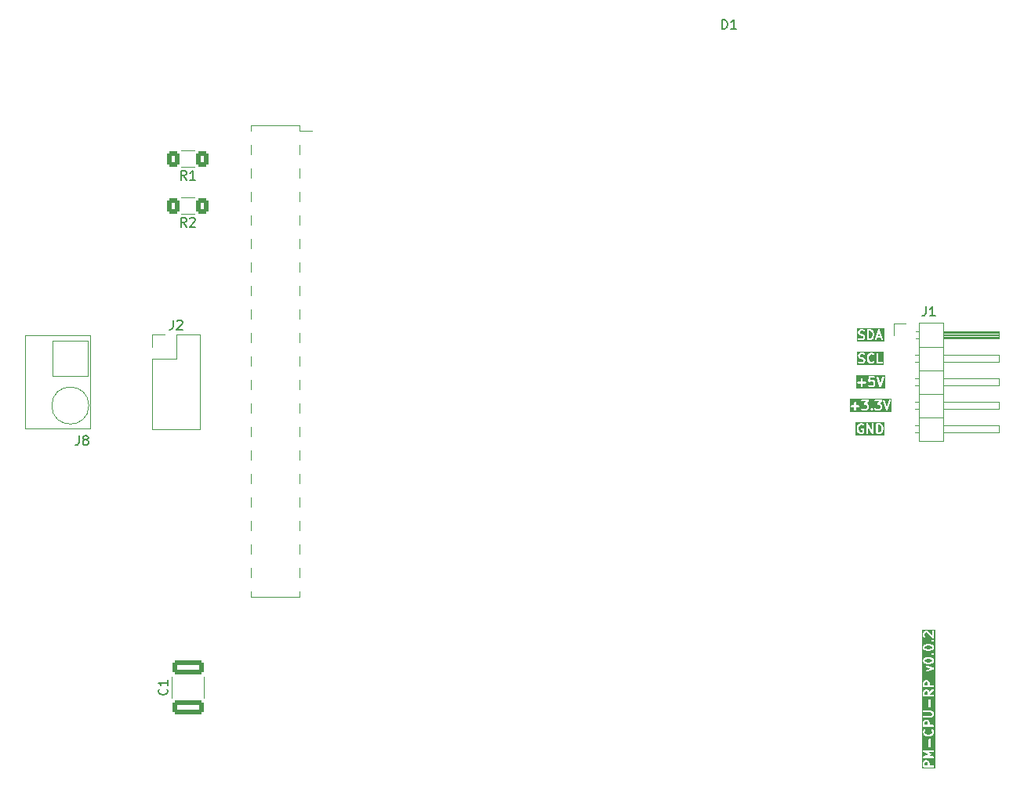
<source format=gbr>
%TF.GenerationSoftware,KiCad,Pcbnew,8.0.4-8.0.4-0~ubuntu22.04.1*%
%TF.CreationDate,2024-08-10T20:12:59+03:00*%
%TF.ProjectId,PM-CPU-RP,504d2d43-5055-42d5-9250-2e6b69636164,rev?*%
%TF.SameCoordinates,Original*%
%TF.FileFunction,Legend,Top*%
%TF.FilePolarity,Positive*%
%FSLAX46Y46*%
G04 Gerber Fmt 4.6, Leading zero omitted, Abs format (unit mm)*
G04 Created by KiCad (PCBNEW 8.0.4-8.0.4-0~ubuntu22.04.1) date 2024-08-10 20:12:59*
%MOMM*%
%LPD*%
G01*
G04 APERTURE LIST*
G04 Aperture macros list*
%AMRoundRect*
0 Rectangle with rounded corners*
0 $1 Rounding radius*
0 $2 $3 $4 $5 $6 $7 $8 $9 X,Y pos of 4 corners*
0 Add a 4 corners polygon primitive as box body*
4,1,4,$2,$3,$4,$5,$6,$7,$8,$9,$2,$3,0*
0 Add four circle primitives for the rounded corners*
1,1,$1+$1,$2,$3*
1,1,$1+$1,$4,$5*
1,1,$1+$1,$6,$7*
1,1,$1+$1,$8,$9*
0 Add four rect primitives between the rounded corners*
20,1,$1+$1,$2,$3,$4,$5,0*
20,1,$1+$1,$4,$5,$6,$7,0*
20,1,$1+$1,$6,$7,$8,$9,0*
20,1,$1+$1,$8,$9,$2,$3,0*%
G04 Aperture macros list end*
%ADD10C,0.200000*%
%ADD11C,0.150000*%
%ADD12C,0.120000*%
%ADD13O,6.350000X6.350000*%
%ADD14R,1.700000X1.700000*%
%ADD15O,1.700000X1.700000*%
%ADD16C,6.000000*%
%ADD17R,3.000000X1.000000*%
%ADD18C,3.200000*%
%ADD19R,3.500000X3.500000*%
%ADD20C,3.500000*%
%ADD21RoundRect,0.250000X1.450000X-0.537500X1.450000X0.537500X-1.450000X0.537500X-1.450000X-0.537500X0*%
%ADD22RoundRect,0.250000X0.400000X0.625000X-0.400000X0.625000X-0.400000X-0.625000X0.400000X-0.625000X0*%
G04 APERTURE END LIST*
D10*
G36*
X123011554Y-141428703D02*
G01*
X123036223Y-141453371D01*
X123066028Y-141512981D01*
X123066028Y-141770326D01*
X122742219Y-141770326D01*
X122742219Y-141512981D01*
X122772024Y-141453371D01*
X122796692Y-141428702D01*
X122856302Y-141398898D01*
X122951945Y-141398898D01*
X123011554Y-141428703D01*
G37*
G36*
X123011554Y-137047751D02*
G01*
X123036223Y-137072419D01*
X123066028Y-137132029D01*
X123066028Y-137389374D01*
X122742219Y-137389374D01*
X122742219Y-137132029D01*
X122772024Y-137072419D01*
X122796692Y-137047750D01*
X122856302Y-137017946D01*
X122951945Y-137017946D01*
X123011554Y-137047751D01*
G37*
G36*
X123011554Y-133762037D02*
G01*
X123036223Y-133786705D01*
X123066028Y-133846315D01*
X123066028Y-134103660D01*
X122742219Y-134103660D01*
X122742219Y-133846315D01*
X122772024Y-133786705D01*
X122796692Y-133762036D01*
X122856302Y-133732232D01*
X122951945Y-133732232D01*
X123011554Y-133762037D01*
G37*
G36*
X123011554Y-132762037D02*
G01*
X123036223Y-132786705D01*
X123066028Y-132846315D01*
X123066028Y-133103660D01*
X122742219Y-133103660D01*
X122742219Y-132846315D01*
X122772024Y-132786705D01*
X122796692Y-132762036D01*
X122856302Y-132732232D01*
X122951945Y-132732232D01*
X123011554Y-132762037D01*
G37*
G36*
X123416837Y-130298011D02*
G01*
X123487746Y-130333466D01*
X123512414Y-130358133D01*
X123542219Y-130417743D01*
X123542219Y-130465767D01*
X123512414Y-130525376D01*
X123487746Y-130550043D01*
X123416837Y-130585498D01*
X123248956Y-130627469D01*
X123035480Y-130627469D01*
X122867599Y-130585498D01*
X122796692Y-130550045D01*
X122772024Y-130525376D01*
X122742219Y-130465766D01*
X122742219Y-130417743D01*
X122772024Y-130358133D01*
X122796692Y-130333464D01*
X122867599Y-130298011D01*
X123035480Y-130256041D01*
X123248956Y-130256041D01*
X123416837Y-130298011D01*
G37*
G36*
X123416837Y-128869440D02*
G01*
X123487746Y-128904895D01*
X123512414Y-128929562D01*
X123542219Y-128989172D01*
X123542219Y-129037196D01*
X123512414Y-129096805D01*
X123487746Y-129121472D01*
X123416837Y-129156927D01*
X123248956Y-129198898D01*
X123035480Y-129198898D01*
X122867599Y-129156927D01*
X122796692Y-129121474D01*
X122772024Y-129096805D01*
X122742219Y-129037195D01*
X122742219Y-128989172D01*
X122772024Y-128929562D01*
X122796692Y-128904893D01*
X122867599Y-128869440D01*
X123035480Y-128827470D01*
X123248956Y-128827470D01*
X123416837Y-128869440D01*
G37*
G36*
X123853330Y-142081437D02*
G01*
X122431108Y-142081437D01*
X122431108Y-141489374D01*
X122542219Y-141489374D01*
X122542219Y-141870326D01*
X122544140Y-141889835D01*
X122559072Y-141925883D01*
X122586662Y-141953473D01*
X122622710Y-141968405D01*
X122642219Y-141970326D01*
X123642219Y-141970326D01*
X123661728Y-141968405D01*
X123697776Y-141953473D01*
X123725366Y-141925883D01*
X123740298Y-141889835D01*
X123740298Y-141850817D01*
X123725366Y-141814769D01*
X123697776Y-141787179D01*
X123661728Y-141772247D01*
X123642219Y-141770326D01*
X123266028Y-141770326D01*
X123266028Y-141489374D01*
X123264107Y-141469865D01*
X123262731Y-141466544D01*
X123262477Y-141462961D01*
X123255471Y-141444652D01*
X123207852Y-141349415D01*
X123202566Y-141341018D01*
X123201556Y-141338578D01*
X123199302Y-141335832D01*
X123197409Y-141332824D01*
X123195411Y-141331091D01*
X123189119Y-141323425D01*
X123141501Y-141275806D01*
X123133830Y-141269511D01*
X123132101Y-141267517D01*
X123129093Y-141265623D01*
X123126347Y-141263370D01*
X123123907Y-141262359D01*
X123115511Y-141257074D01*
X123020273Y-141209455D01*
X123001965Y-141202449D01*
X122998381Y-141202194D01*
X122995061Y-141200819D01*
X122975552Y-141198898D01*
X122832695Y-141198898D01*
X122813186Y-141200819D01*
X122809865Y-141202194D01*
X122806282Y-141202449D01*
X122787973Y-141209455D01*
X122692736Y-141257074D01*
X122684339Y-141262359D01*
X122681899Y-141263370D01*
X122679153Y-141265623D01*
X122676145Y-141267517D01*
X122674412Y-141269514D01*
X122666746Y-141275807D01*
X122619127Y-141323425D01*
X122612832Y-141331095D01*
X122610838Y-141332825D01*
X122608944Y-141335832D01*
X122606691Y-141338579D01*
X122605680Y-141341018D01*
X122600395Y-141349415D01*
X122552776Y-141444653D01*
X122545770Y-141462961D01*
X122545515Y-141466544D01*
X122544140Y-141469865D01*
X122542219Y-141489374D01*
X122431108Y-141489374D01*
X122431108Y-140218843D01*
X122543378Y-140218843D01*
X122544140Y-140220938D01*
X122544140Y-140223169D01*
X122550784Y-140239210D01*
X122556713Y-140255512D01*
X122558218Y-140257155D01*
X122559072Y-140259217D01*
X122571345Y-140271490D01*
X122583064Y-140284287D01*
X122585708Y-140285853D01*
X122586662Y-140286807D01*
X122588843Y-140287710D01*
X122599930Y-140294278D01*
X123120034Y-140536993D01*
X122599930Y-140779708D01*
X122588843Y-140786275D01*
X122586662Y-140787179D01*
X122585708Y-140788132D01*
X122583064Y-140789699D01*
X122571345Y-140802495D01*
X122559072Y-140814769D01*
X122558218Y-140816830D01*
X122556713Y-140818474D01*
X122550784Y-140834775D01*
X122544140Y-140850817D01*
X122544140Y-140853047D01*
X122543378Y-140855143D01*
X122544140Y-140872482D01*
X122544140Y-140889835D01*
X122544993Y-140891894D01*
X122545091Y-140894123D01*
X122552432Y-140909853D01*
X122559072Y-140925883D01*
X122560648Y-140927459D01*
X122561592Y-140929481D01*
X122574388Y-140941199D01*
X122586662Y-140953473D01*
X122588723Y-140954326D01*
X122590367Y-140955832D01*
X122606668Y-140961760D01*
X122622710Y-140968405D01*
X122625768Y-140968706D01*
X122627036Y-140969167D01*
X122629395Y-140969063D01*
X122642219Y-140970326D01*
X123642219Y-140970326D01*
X123661728Y-140968405D01*
X123697776Y-140953473D01*
X123725366Y-140925883D01*
X123740298Y-140889835D01*
X123740298Y-140850817D01*
X123725366Y-140814769D01*
X123697776Y-140787179D01*
X123661728Y-140772247D01*
X123642219Y-140770326D01*
X123092975Y-140770326D01*
X123398793Y-140627611D01*
X123405934Y-140623380D01*
X123408356Y-140622500D01*
X123410068Y-140620931D01*
X123415659Y-140617620D01*
X123425919Y-140606415D01*
X123437132Y-140596148D01*
X123439011Y-140592120D01*
X123442011Y-140588845D01*
X123447202Y-140574569D01*
X123453632Y-140560791D01*
X123453827Y-140556350D01*
X123455345Y-140552176D01*
X123454677Y-140536993D01*
X123455345Y-140521810D01*
X123453827Y-140517635D01*
X123453632Y-140513195D01*
X123447202Y-140499416D01*
X123442011Y-140485141D01*
X123439011Y-140481865D01*
X123437132Y-140477838D01*
X123425919Y-140467570D01*
X123415659Y-140456366D01*
X123410068Y-140453054D01*
X123408356Y-140451486D01*
X123405934Y-140450605D01*
X123398793Y-140446375D01*
X123092975Y-140303660D01*
X123642219Y-140303660D01*
X123661728Y-140301739D01*
X123697776Y-140286807D01*
X123725366Y-140259217D01*
X123740298Y-140223169D01*
X123740298Y-140184151D01*
X123725366Y-140148103D01*
X123697776Y-140120513D01*
X123661728Y-140105581D01*
X123642219Y-140103660D01*
X122642219Y-140103660D01*
X122629395Y-140104922D01*
X122627036Y-140104819D01*
X122625768Y-140105279D01*
X122622710Y-140105581D01*
X122606668Y-140112225D01*
X122590367Y-140118154D01*
X122588723Y-140119659D01*
X122586662Y-140120513D01*
X122574388Y-140132786D01*
X122561592Y-140144505D01*
X122560648Y-140146526D01*
X122559072Y-140148103D01*
X122552432Y-140164132D01*
X122545091Y-140179863D01*
X122544993Y-140182091D01*
X122544140Y-140184151D01*
X122544140Y-140201503D01*
X122543378Y-140218843D01*
X122431108Y-140218843D01*
X122431108Y-138965565D01*
X123161266Y-138965565D01*
X123161266Y-139727469D01*
X123163187Y-139746978D01*
X123178119Y-139783026D01*
X123205709Y-139810616D01*
X123241757Y-139825548D01*
X123280775Y-139825548D01*
X123316823Y-139810616D01*
X123344413Y-139783026D01*
X123359345Y-139746978D01*
X123361266Y-139727469D01*
X123361266Y-138965565D01*
X123359345Y-138946056D01*
X123344413Y-138910008D01*
X123316823Y-138882418D01*
X123280775Y-138867486D01*
X123241757Y-138867486D01*
X123205709Y-138882418D01*
X123178119Y-138910008D01*
X123163187Y-138946056D01*
X123161266Y-138965565D01*
X122431108Y-138965565D01*
X122431108Y-138108422D01*
X122542219Y-138108422D01*
X122542219Y-138203660D01*
X122543191Y-138213533D01*
X122543004Y-138216167D01*
X122543791Y-138219630D01*
X122544140Y-138223169D01*
X122545151Y-138225611D01*
X122547351Y-138235283D01*
X122594970Y-138378139D01*
X122602961Y-138396040D01*
X122605316Y-138398755D01*
X122606691Y-138402074D01*
X122619127Y-138417228D01*
X122714365Y-138512466D01*
X122722031Y-138518757D01*
X122723764Y-138520755D01*
X122726775Y-138522650D01*
X122729519Y-138524902D01*
X122731956Y-138525911D01*
X122740355Y-138531198D01*
X122835592Y-138578817D01*
X122837020Y-138579363D01*
X122837600Y-138579793D01*
X122845776Y-138582714D01*
X122853901Y-138585823D01*
X122854621Y-138585874D01*
X122856060Y-138586388D01*
X123046536Y-138634007D01*
X123049917Y-138634507D01*
X123051281Y-138635072D01*
X123058631Y-138635795D01*
X123065929Y-138636875D01*
X123067387Y-138636657D01*
X123070790Y-138636993D01*
X123213647Y-138636993D01*
X123217049Y-138636657D01*
X123218508Y-138636875D01*
X123225805Y-138635795D01*
X123233156Y-138635072D01*
X123234519Y-138634507D01*
X123237901Y-138634007D01*
X123428376Y-138586388D01*
X123429813Y-138585874D01*
X123430536Y-138585823D01*
X123438660Y-138582714D01*
X123446837Y-138579793D01*
X123447417Y-138579362D01*
X123448844Y-138578817D01*
X123544082Y-138531198D01*
X123552474Y-138525915D01*
X123554918Y-138524903D01*
X123557667Y-138522646D01*
X123560672Y-138520755D01*
X123562401Y-138518760D01*
X123570071Y-138512466D01*
X123665311Y-138417228D01*
X123677747Y-138402075D01*
X123679122Y-138398755D01*
X123681477Y-138396040D01*
X123689468Y-138378140D01*
X123737087Y-138235283D01*
X123739286Y-138225610D01*
X123740298Y-138223169D01*
X123740646Y-138219631D01*
X123741434Y-138216168D01*
X123741246Y-138213533D01*
X123742219Y-138203660D01*
X123742219Y-138108422D01*
X123741246Y-138098548D01*
X123741434Y-138095914D01*
X123740646Y-138092450D01*
X123740298Y-138088913D01*
X123739286Y-138086471D01*
X123737087Y-138076799D01*
X123689468Y-137933942D01*
X123681477Y-137916042D01*
X123679122Y-137913326D01*
X123677747Y-137910007D01*
X123665310Y-137894853D01*
X123617690Y-137847235D01*
X123602537Y-137834798D01*
X123566488Y-137819867D01*
X123527470Y-137819868D01*
X123491422Y-137834799D01*
X123463832Y-137862389D01*
X123448901Y-137898438D01*
X123448902Y-137937456D01*
X123463833Y-137973504D01*
X123476270Y-137988657D01*
X123507197Y-138019583D01*
X123542219Y-138124648D01*
X123542219Y-138187433D01*
X123507197Y-138292498D01*
X123440127Y-138359568D01*
X123369218Y-138395022D01*
X123201337Y-138436993D01*
X123083099Y-138436993D01*
X122915218Y-138395022D01*
X122844313Y-138359570D01*
X122777240Y-138292497D01*
X122742219Y-138187433D01*
X122742219Y-138124649D01*
X122777240Y-138019583D01*
X122808167Y-137988657D01*
X122820604Y-137973504D01*
X122835535Y-137937455D01*
X122835535Y-137898437D01*
X122820604Y-137862389D01*
X122793014Y-137834799D01*
X122756966Y-137819868D01*
X122717948Y-137819868D01*
X122681899Y-137834799D01*
X122666746Y-137847236D01*
X122619127Y-137894854D01*
X122606691Y-137910008D01*
X122605316Y-137913326D01*
X122602961Y-137916042D01*
X122594970Y-137933943D01*
X122547351Y-138076799D01*
X122545151Y-138086470D01*
X122544140Y-138088913D01*
X122543791Y-138092451D01*
X122543004Y-138095915D01*
X122543191Y-138098548D01*
X122542219Y-138108422D01*
X122431108Y-138108422D01*
X122431108Y-137108422D01*
X122542219Y-137108422D01*
X122542219Y-137489374D01*
X122544140Y-137508883D01*
X122559072Y-137544931D01*
X122586662Y-137572521D01*
X122622710Y-137587453D01*
X122642219Y-137589374D01*
X123642219Y-137589374D01*
X123661728Y-137587453D01*
X123697776Y-137572521D01*
X123725366Y-137544931D01*
X123740298Y-137508883D01*
X123740298Y-137469865D01*
X123725366Y-137433817D01*
X123697776Y-137406227D01*
X123661728Y-137391295D01*
X123642219Y-137389374D01*
X123266028Y-137389374D01*
X123266028Y-137108422D01*
X123264107Y-137088913D01*
X123262731Y-137085592D01*
X123262477Y-137082009D01*
X123255471Y-137063700D01*
X123207852Y-136968463D01*
X123202566Y-136960066D01*
X123201556Y-136957626D01*
X123199302Y-136954880D01*
X123197409Y-136951872D01*
X123195411Y-136950139D01*
X123189119Y-136942473D01*
X123141501Y-136894854D01*
X123133830Y-136888559D01*
X123132101Y-136886565D01*
X123129093Y-136884671D01*
X123126347Y-136882418D01*
X123123907Y-136881407D01*
X123115511Y-136876122D01*
X123020273Y-136828503D01*
X123001965Y-136821497D01*
X122998381Y-136821242D01*
X122995061Y-136819867D01*
X122975552Y-136817946D01*
X122832695Y-136817946D01*
X122813186Y-136819867D01*
X122809865Y-136821242D01*
X122806282Y-136821497D01*
X122787973Y-136828503D01*
X122692736Y-136876122D01*
X122684339Y-136881407D01*
X122681899Y-136882418D01*
X122679153Y-136884671D01*
X122676145Y-136886565D01*
X122674412Y-136888562D01*
X122666746Y-136894855D01*
X122619127Y-136942473D01*
X122612832Y-136950143D01*
X122610838Y-136951873D01*
X122608944Y-136954880D01*
X122606691Y-136957627D01*
X122605680Y-136960066D01*
X122600395Y-136968463D01*
X122552776Y-137063701D01*
X122545770Y-137082009D01*
X122545515Y-137085592D01*
X122544140Y-137088913D01*
X122542219Y-137108422D01*
X122431108Y-137108422D01*
X122431108Y-135898437D01*
X122544140Y-135898437D01*
X122544140Y-135937455D01*
X122559072Y-135973503D01*
X122586662Y-136001093D01*
X122622710Y-136016025D01*
X122642219Y-136017946D01*
X123428135Y-136017946D01*
X123487746Y-136047752D01*
X123512414Y-136072419D01*
X123542219Y-136132029D01*
X123542219Y-136275291D01*
X123512414Y-136334900D01*
X123487746Y-136359567D01*
X123428135Y-136389374D01*
X122642219Y-136389374D01*
X122622710Y-136391295D01*
X122586662Y-136406227D01*
X122559072Y-136433817D01*
X122544140Y-136469865D01*
X122544140Y-136508883D01*
X122559072Y-136544931D01*
X122586662Y-136572521D01*
X122622710Y-136587453D01*
X122642219Y-136589374D01*
X123451742Y-136589374D01*
X123471251Y-136587453D01*
X123474571Y-136586077D01*
X123478155Y-136585823D01*
X123496463Y-136578817D01*
X123591701Y-136531198D01*
X123600093Y-136525914D01*
X123602537Y-136524903D01*
X123605286Y-136522646D01*
X123608291Y-136520755D01*
X123610020Y-136518760D01*
X123617690Y-136512466D01*
X123665310Y-136464848D01*
X123671603Y-136457179D01*
X123673600Y-136455448D01*
X123675493Y-136452439D01*
X123677747Y-136449694D01*
X123678757Y-136447253D01*
X123684043Y-136438857D01*
X123731662Y-136343620D01*
X123738668Y-136325311D01*
X123738922Y-136321727D01*
X123740298Y-136318407D01*
X123742219Y-136298898D01*
X123742219Y-136108422D01*
X123740298Y-136088913D01*
X123738922Y-136085592D01*
X123738668Y-136082009D01*
X123731662Y-136063700D01*
X123684043Y-135968463D01*
X123678757Y-135960066D01*
X123677747Y-135957626D01*
X123675493Y-135954880D01*
X123673600Y-135951872D01*
X123671603Y-135950140D01*
X123665310Y-135942472D01*
X123617690Y-135894854D01*
X123610020Y-135888559D01*
X123608291Y-135886565D01*
X123605286Y-135884673D01*
X123602537Y-135882417D01*
X123600093Y-135881405D01*
X123591701Y-135876122D01*
X123496463Y-135828503D01*
X123478155Y-135821497D01*
X123474571Y-135821242D01*
X123471251Y-135819867D01*
X123451742Y-135817946D01*
X122642219Y-135817946D01*
X122622710Y-135819867D01*
X122586662Y-135834799D01*
X122559072Y-135862389D01*
X122544140Y-135898437D01*
X122431108Y-135898437D01*
X122431108Y-134679851D01*
X123161266Y-134679851D01*
X123161266Y-135441755D01*
X123163187Y-135461264D01*
X123178119Y-135497312D01*
X123205709Y-135524902D01*
X123241757Y-135539834D01*
X123280775Y-135539834D01*
X123316823Y-135524902D01*
X123344413Y-135497312D01*
X123359345Y-135461264D01*
X123361266Y-135441755D01*
X123361266Y-134679851D01*
X123359345Y-134660342D01*
X123344413Y-134624294D01*
X123316823Y-134596704D01*
X123280775Y-134581772D01*
X123241757Y-134581772D01*
X123205709Y-134596704D01*
X123178119Y-134624294D01*
X123163187Y-134660342D01*
X123161266Y-134679851D01*
X122431108Y-134679851D01*
X122431108Y-133822708D01*
X122542219Y-133822708D01*
X122542219Y-134203660D01*
X122544140Y-134223169D01*
X122559072Y-134259217D01*
X122586662Y-134286807D01*
X122622710Y-134301739D01*
X122642219Y-134303660D01*
X123642219Y-134303660D01*
X123661728Y-134301739D01*
X123697776Y-134286807D01*
X123725366Y-134259217D01*
X123740298Y-134223169D01*
X123740298Y-134184151D01*
X123725366Y-134148103D01*
X123697776Y-134120513D01*
X123661728Y-134105581D01*
X123642219Y-134103660D01*
X123266028Y-134103660D01*
X123266028Y-134017630D01*
X123699565Y-133714155D01*
X123714446Y-133701394D01*
X123735415Y-133668489D01*
X123742196Y-133630064D01*
X123733756Y-133591970D01*
X123711381Y-133560005D01*
X123678476Y-133539036D01*
X123640052Y-133532255D01*
X123601957Y-133540695D01*
X123584873Y-133550309D01*
X123256347Y-133780276D01*
X123255471Y-133777986D01*
X123207852Y-133682749D01*
X123202566Y-133674352D01*
X123201556Y-133671912D01*
X123199302Y-133669166D01*
X123197409Y-133666158D01*
X123195411Y-133664425D01*
X123189119Y-133656759D01*
X123141501Y-133609140D01*
X123133830Y-133602845D01*
X123132101Y-133600851D01*
X123129093Y-133598957D01*
X123126347Y-133596704D01*
X123123907Y-133595693D01*
X123115511Y-133590408D01*
X123020273Y-133542789D01*
X123001965Y-133535783D01*
X122998381Y-133535528D01*
X122995061Y-133534153D01*
X122975552Y-133532232D01*
X122832695Y-133532232D01*
X122813186Y-133534153D01*
X122809865Y-133535528D01*
X122806282Y-133535783D01*
X122787973Y-133542789D01*
X122692736Y-133590408D01*
X122684339Y-133595693D01*
X122681899Y-133596704D01*
X122679153Y-133598957D01*
X122676145Y-133600851D01*
X122674412Y-133602848D01*
X122666746Y-133609141D01*
X122619127Y-133656759D01*
X122612832Y-133664429D01*
X122610838Y-133666159D01*
X122608944Y-133669166D01*
X122606691Y-133671913D01*
X122605680Y-133674352D01*
X122600395Y-133682749D01*
X122552776Y-133777987D01*
X122545770Y-133796295D01*
X122545515Y-133799878D01*
X122544140Y-133803199D01*
X122542219Y-133822708D01*
X122431108Y-133822708D01*
X122431108Y-132822708D01*
X122542219Y-132822708D01*
X122542219Y-133203660D01*
X122544140Y-133223169D01*
X122559072Y-133259217D01*
X122586662Y-133286807D01*
X122622710Y-133301739D01*
X122642219Y-133303660D01*
X123642219Y-133303660D01*
X123661728Y-133301739D01*
X123697776Y-133286807D01*
X123725366Y-133259217D01*
X123740298Y-133223169D01*
X123740298Y-133184151D01*
X123725366Y-133148103D01*
X123697776Y-133120513D01*
X123661728Y-133105581D01*
X123642219Y-133103660D01*
X123266028Y-133103660D01*
X123266028Y-132822708D01*
X123264107Y-132803199D01*
X123262731Y-132799878D01*
X123262477Y-132796295D01*
X123255471Y-132777986D01*
X123207852Y-132682749D01*
X123202566Y-132674352D01*
X123201556Y-132671912D01*
X123199302Y-132669166D01*
X123197409Y-132666158D01*
X123195411Y-132664425D01*
X123189119Y-132656759D01*
X123141501Y-132609140D01*
X123133830Y-132602845D01*
X123132101Y-132600851D01*
X123129093Y-132598957D01*
X123126347Y-132596704D01*
X123123907Y-132595693D01*
X123115511Y-132590408D01*
X123020273Y-132542789D01*
X123001965Y-132535783D01*
X122998381Y-132535528D01*
X122995061Y-132534153D01*
X122975552Y-132532232D01*
X122832695Y-132532232D01*
X122813186Y-132534153D01*
X122809865Y-132535528D01*
X122806282Y-132535783D01*
X122787973Y-132542789D01*
X122692736Y-132590408D01*
X122684339Y-132595693D01*
X122681899Y-132596704D01*
X122679153Y-132598957D01*
X122676145Y-132600851D01*
X122674412Y-132602848D01*
X122666746Y-132609141D01*
X122619127Y-132656759D01*
X122612832Y-132664429D01*
X122610838Y-132666159D01*
X122608944Y-132669166D01*
X122606691Y-132671913D01*
X122605680Y-132674352D01*
X122600395Y-132682749D01*
X122552776Y-132777987D01*
X122545770Y-132796295D01*
X122545515Y-132799878D01*
X122544140Y-132803199D01*
X122542219Y-132822708D01*
X122431108Y-132822708D01*
X122431108Y-131046188D01*
X122876625Y-131046188D01*
X122878563Y-131085158D01*
X122895266Y-131120420D01*
X122924192Y-131146607D01*
X122941918Y-131154977D01*
X123344897Y-131298898D01*
X122941918Y-131442819D01*
X122924192Y-131451189D01*
X122895266Y-131477376D01*
X122878563Y-131512638D01*
X122876625Y-131551608D01*
X122889748Y-131588353D01*
X122915935Y-131617279D01*
X122951197Y-131633982D01*
X122990167Y-131635920D01*
X123009186Y-131631167D01*
X123675852Y-131393072D01*
X123693579Y-131384702D01*
X123697301Y-131381331D01*
X123701836Y-131379184D01*
X123711657Y-131368334D01*
X123722504Y-131358515D01*
X123724651Y-131353980D01*
X123728022Y-131350258D01*
X123732943Y-131336476D01*
X123739208Y-131323253D01*
X123739457Y-131318238D01*
X123741145Y-131313513D01*
X123740418Y-131298898D01*
X123741145Y-131284283D01*
X123739457Y-131279557D01*
X123739208Y-131274543D01*
X123732943Y-131261319D01*
X123728022Y-131247538D01*
X123724651Y-131243815D01*
X123722504Y-131239281D01*
X123711657Y-131229461D01*
X123701836Y-131218612D01*
X123697301Y-131216464D01*
X123693579Y-131213094D01*
X123675852Y-131204724D01*
X123009186Y-130966629D01*
X122990167Y-130961876D01*
X122951197Y-130963814D01*
X122915935Y-130980517D01*
X122889748Y-131009443D01*
X122876625Y-131046188D01*
X122431108Y-131046188D01*
X122431108Y-130394136D01*
X122542219Y-130394136D01*
X122542219Y-130489374D01*
X122544140Y-130508883D01*
X122545515Y-130512203D01*
X122545770Y-130515787D01*
X122552776Y-130534095D01*
X122600395Y-130629333D01*
X122605680Y-130637729D01*
X122606691Y-130640169D01*
X122608944Y-130642915D01*
X122610838Y-130645923D01*
X122612832Y-130647652D01*
X122619127Y-130655323D01*
X122666746Y-130702941D01*
X122674412Y-130709233D01*
X122676145Y-130711231D01*
X122679153Y-130713124D01*
X122681899Y-130715378D01*
X122684339Y-130716388D01*
X122692736Y-130721674D01*
X122787973Y-130769293D01*
X122789401Y-130769839D01*
X122789981Y-130770269D01*
X122798157Y-130773190D01*
X122806282Y-130776299D01*
X122807002Y-130776350D01*
X122808441Y-130776864D01*
X122998917Y-130824483D01*
X123002298Y-130824983D01*
X123003662Y-130825548D01*
X123011012Y-130826271D01*
X123018310Y-130827351D01*
X123019768Y-130827133D01*
X123023171Y-130827469D01*
X123261266Y-130827469D01*
X123264668Y-130827133D01*
X123266127Y-130827351D01*
X123273424Y-130826271D01*
X123280775Y-130825548D01*
X123282138Y-130824983D01*
X123285520Y-130824483D01*
X123475995Y-130776864D01*
X123477432Y-130776350D01*
X123478155Y-130776299D01*
X123486279Y-130773190D01*
X123494456Y-130770269D01*
X123495036Y-130769838D01*
X123496463Y-130769293D01*
X123591701Y-130721674D01*
X123600093Y-130716390D01*
X123602537Y-130715379D01*
X123605286Y-130713122D01*
X123608291Y-130711231D01*
X123610020Y-130709236D01*
X123617690Y-130702942D01*
X123665310Y-130655324D01*
X123671603Y-130647655D01*
X123673600Y-130645924D01*
X123675493Y-130642915D01*
X123677747Y-130640170D01*
X123678757Y-130637729D01*
X123684043Y-130629333D01*
X123731662Y-130534096D01*
X123738668Y-130515787D01*
X123738922Y-130512203D01*
X123740298Y-130508883D01*
X123742219Y-130489374D01*
X123742219Y-130394136D01*
X123740298Y-130374627D01*
X123738922Y-130371306D01*
X123738668Y-130367723D01*
X123731662Y-130349414D01*
X123684043Y-130254177D01*
X123678757Y-130245780D01*
X123677747Y-130243340D01*
X123675493Y-130240594D01*
X123673600Y-130237586D01*
X123671603Y-130235854D01*
X123665310Y-130228186D01*
X123617690Y-130180568D01*
X123610020Y-130174273D01*
X123608291Y-130172279D01*
X123605286Y-130170387D01*
X123602537Y-130168131D01*
X123600093Y-130167119D01*
X123591701Y-130161836D01*
X123496463Y-130114217D01*
X123495036Y-130113671D01*
X123494456Y-130113241D01*
X123486279Y-130110319D01*
X123478155Y-130107211D01*
X123477432Y-130107159D01*
X123475995Y-130106646D01*
X123285520Y-130059027D01*
X123282138Y-130058526D01*
X123280775Y-130057962D01*
X123273424Y-130057238D01*
X123266127Y-130056159D01*
X123264668Y-130056376D01*
X123261266Y-130056041D01*
X123023171Y-130056041D01*
X123019768Y-130056376D01*
X123018310Y-130056159D01*
X123011012Y-130057238D01*
X123003662Y-130057962D01*
X123002298Y-130058526D01*
X122998917Y-130059027D01*
X122808441Y-130106646D01*
X122807002Y-130107159D01*
X122806282Y-130107211D01*
X122798157Y-130110319D01*
X122789981Y-130113241D01*
X122789401Y-130113670D01*
X122787973Y-130114217D01*
X122692736Y-130161836D01*
X122684339Y-130167121D01*
X122681899Y-130168132D01*
X122679153Y-130170385D01*
X122676145Y-130172279D01*
X122674412Y-130174276D01*
X122666746Y-130180569D01*
X122619127Y-130228187D01*
X122612832Y-130235857D01*
X122610838Y-130237587D01*
X122608944Y-130240594D01*
X122606691Y-130243341D01*
X122605680Y-130245780D01*
X122600395Y-130254177D01*
X122552776Y-130349415D01*
X122545770Y-130367723D01*
X122545515Y-130371306D01*
X122544140Y-130374627D01*
X122542219Y-130394136D01*
X122431108Y-130394136D01*
X122431108Y-129707960D01*
X123448901Y-129707960D01*
X123448901Y-129746978D01*
X123450385Y-129750561D01*
X123463832Y-129783026D01*
X123463833Y-129783027D01*
X123476270Y-129798180D01*
X123523890Y-129845799D01*
X123539043Y-129858236D01*
X123564533Y-129868793D01*
X123575091Y-129873167D01*
X123575092Y-129873167D01*
X123614109Y-129873167D01*
X123635226Y-129864419D01*
X123650158Y-129858235D01*
X123650162Y-129858230D01*
X123665311Y-129845799D01*
X123712929Y-129798180D01*
X123725366Y-129783027D01*
X123736735Y-129755579D01*
X123740298Y-129746978D01*
X123740298Y-129707960D01*
X123725366Y-129671912D01*
X123725366Y-129671911D01*
X123712929Y-129656758D01*
X123665311Y-129609139D01*
X123650162Y-129596707D01*
X123650158Y-129596703D01*
X123635226Y-129590518D01*
X123614109Y-129581771D01*
X123575091Y-129581771D01*
X123564533Y-129586144D01*
X123539043Y-129596702D01*
X123523890Y-129609139D01*
X123476270Y-129656758D01*
X123463833Y-129671911D01*
X123463832Y-129671912D01*
X123453274Y-129697402D01*
X123448901Y-129707960D01*
X122431108Y-129707960D01*
X122431108Y-128965565D01*
X122542219Y-128965565D01*
X122542219Y-129060803D01*
X122544140Y-129080312D01*
X122545515Y-129083632D01*
X122545770Y-129087216D01*
X122552776Y-129105524D01*
X122600395Y-129200762D01*
X122605680Y-129209158D01*
X122606691Y-129211598D01*
X122608944Y-129214344D01*
X122610838Y-129217352D01*
X122612832Y-129219081D01*
X122619127Y-129226752D01*
X122666746Y-129274370D01*
X122674412Y-129280662D01*
X122676145Y-129282660D01*
X122679153Y-129284553D01*
X122681899Y-129286807D01*
X122684339Y-129287817D01*
X122692736Y-129293103D01*
X122787973Y-129340722D01*
X122789401Y-129341268D01*
X122789981Y-129341698D01*
X122798157Y-129344619D01*
X122806282Y-129347728D01*
X122807002Y-129347779D01*
X122808441Y-129348293D01*
X122998917Y-129395912D01*
X123002298Y-129396412D01*
X123003662Y-129396977D01*
X123011012Y-129397700D01*
X123018310Y-129398780D01*
X123019768Y-129398562D01*
X123023171Y-129398898D01*
X123261266Y-129398898D01*
X123264668Y-129398562D01*
X123266127Y-129398780D01*
X123273424Y-129397700D01*
X123280775Y-129396977D01*
X123282138Y-129396412D01*
X123285520Y-129395912D01*
X123475995Y-129348293D01*
X123477432Y-129347779D01*
X123478155Y-129347728D01*
X123486279Y-129344619D01*
X123494456Y-129341698D01*
X123495036Y-129341267D01*
X123496463Y-129340722D01*
X123591701Y-129293103D01*
X123600093Y-129287819D01*
X123602537Y-129286808D01*
X123605286Y-129284551D01*
X123608291Y-129282660D01*
X123610020Y-129280665D01*
X123617690Y-129274371D01*
X123665310Y-129226753D01*
X123671603Y-129219084D01*
X123673600Y-129217353D01*
X123675493Y-129214344D01*
X123677747Y-129211599D01*
X123678757Y-129209158D01*
X123684043Y-129200762D01*
X123731662Y-129105525D01*
X123738668Y-129087216D01*
X123738922Y-129083632D01*
X123740298Y-129080312D01*
X123742219Y-129060803D01*
X123742219Y-128965565D01*
X123740298Y-128946056D01*
X123738922Y-128942735D01*
X123738668Y-128939152D01*
X123731662Y-128920843D01*
X123684043Y-128825606D01*
X123678757Y-128817209D01*
X123677747Y-128814769D01*
X123675493Y-128812023D01*
X123673600Y-128809015D01*
X123671603Y-128807283D01*
X123665310Y-128799615D01*
X123617690Y-128751997D01*
X123610020Y-128745702D01*
X123608291Y-128743708D01*
X123605286Y-128741816D01*
X123602537Y-128739560D01*
X123600093Y-128738548D01*
X123591701Y-128733265D01*
X123496463Y-128685646D01*
X123495036Y-128685100D01*
X123494456Y-128684670D01*
X123486279Y-128681748D01*
X123478155Y-128678640D01*
X123477432Y-128678588D01*
X123475995Y-128678075D01*
X123285520Y-128630456D01*
X123282138Y-128629955D01*
X123280775Y-128629391D01*
X123273424Y-128628667D01*
X123266127Y-128627588D01*
X123264668Y-128627805D01*
X123261266Y-128627470D01*
X123023171Y-128627470D01*
X123019768Y-128627805D01*
X123018310Y-128627588D01*
X123011012Y-128628667D01*
X123003662Y-128629391D01*
X123002298Y-128629955D01*
X122998917Y-128630456D01*
X122808441Y-128678075D01*
X122807002Y-128678588D01*
X122806282Y-128678640D01*
X122798157Y-128681748D01*
X122789981Y-128684670D01*
X122789401Y-128685099D01*
X122787973Y-128685646D01*
X122692736Y-128733265D01*
X122684339Y-128738550D01*
X122681899Y-128739561D01*
X122679153Y-128741814D01*
X122676145Y-128743708D01*
X122674412Y-128745705D01*
X122666746Y-128751998D01*
X122619127Y-128799616D01*
X122612832Y-128807286D01*
X122610838Y-128809016D01*
X122608944Y-128812023D01*
X122606691Y-128814770D01*
X122605680Y-128817209D01*
X122600395Y-128825606D01*
X122552776Y-128920844D01*
X122545770Y-128939152D01*
X122545515Y-128942735D01*
X122544140Y-128946056D01*
X122542219Y-128965565D01*
X122431108Y-128965565D01*
X122431108Y-128279389D01*
X123448901Y-128279389D01*
X123448901Y-128318407D01*
X123450385Y-128321990D01*
X123463832Y-128354455D01*
X123463833Y-128354456D01*
X123476270Y-128369609D01*
X123523890Y-128417228D01*
X123539043Y-128429665D01*
X123564533Y-128440222D01*
X123575091Y-128444596D01*
X123575092Y-128444596D01*
X123614109Y-128444596D01*
X123635226Y-128435848D01*
X123650158Y-128429664D01*
X123650162Y-128429659D01*
X123665311Y-128417228D01*
X123712929Y-128369609D01*
X123725366Y-128354456D01*
X123736735Y-128327008D01*
X123740298Y-128318407D01*
X123740298Y-128279389D01*
X123725366Y-128243341D01*
X123725366Y-128243340D01*
X123712929Y-128228187D01*
X123665311Y-128180568D01*
X123650162Y-128168136D01*
X123650158Y-128168132D01*
X123635226Y-128161947D01*
X123614109Y-128153200D01*
X123575091Y-128153200D01*
X123564533Y-128157573D01*
X123539043Y-128168131D01*
X123523890Y-128180568D01*
X123476270Y-128228187D01*
X123463833Y-128243340D01*
X123463832Y-128243341D01*
X123453274Y-128268831D01*
X123448901Y-128279389D01*
X122431108Y-128279389D01*
X122431108Y-127489375D01*
X122542219Y-127489375D01*
X122542219Y-127727470D01*
X122544140Y-127746979D01*
X122545515Y-127750299D01*
X122545770Y-127753883D01*
X122552776Y-127772191D01*
X122600395Y-127867429D01*
X122605680Y-127875825D01*
X122606691Y-127878265D01*
X122608944Y-127881011D01*
X122610838Y-127884019D01*
X122612832Y-127885748D01*
X122619127Y-127893419D01*
X122666746Y-127941037D01*
X122681899Y-127953474D01*
X122717948Y-127968405D01*
X122756966Y-127968405D01*
X122793014Y-127953474D01*
X122820604Y-127925884D01*
X122835535Y-127889836D01*
X122835535Y-127850818D01*
X122820604Y-127814769D01*
X122808167Y-127799616D01*
X122772024Y-127763472D01*
X122742219Y-127703862D01*
X122742219Y-127512982D01*
X122772024Y-127453372D01*
X122796692Y-127428703D01*
X122856302Y-127398899D01*
X122911706Y-127398899D01*
X123016770Y-127433920D01*
X123571508Y-127988657D01*
X123586662Y-128001093D01*
X123622710Y-128016025D01*
X123661728Y-128016025D01*
X123697776Y-128001093D01*
X123725366Y-127973503D01*
X123740298Y-127937455D01*
X123742219Y-127917946D01*
X123742219Y-127298899D01*
X123740298Y-127279390D01*
X123725366Y-127243342D01*
X123697776Y-127215752D01*
X123661728Y-127200820D01*
X123622710Y-127200820D01*
X123586662Y-127215752D01*
X123559072Y-127243342D01*
X123544140Y-127279390D01*
X123542219Y-127298899D01*
X123542219Y-127676524D01*
X123141501Y-127275807D01*
X123126347Y-127263371D01*
X123123028Y-127261996D01*
X123120313Y-127259641D01*
X123102412Y-127251650D01*
X122959556Y-127204031D01*
X122949884Y-127201831D01*
X122947442Y-127200820D01*
X122943903Y-127200471D01*
X122940440Y-127199684D01*
X122937806Y-127199871D01*
X122927933Y-127198899D01*
X122832695Y-127198899D01*
X122813186Y-127200820D01*
X122809865Y-127202195D01*
X122806282Y-127202450D01*
X122787973Y-127209456D01*
X122692736Y-127257075D01*
X122684339Y-127262360D01*
X122681899Y-127263371D01*
X122679153Y-127265624D01*
X122676145Y-127267518D01*
X122674412Y-127269515D01*
X122666746Y-127275808D01*
X122619127Y-127323426D01*
X122612832Y-127331096D01*
X122610838Y-127332826D01*
X122608944Y-127335833D01*
X122606691Y-127338580D01*
X122605680Y-127341019D01*
X122600395Y-127349416D01*
X122552776Y-127444654D01*
X122545770Y-127462962D01*
X122545515Y-127466545D01*
X122544140Y-127469866D01*
X122542219Y-127489375D01*
X122431108Y-127489375D01*
X122431108Y-127087788D01*
X123853330Y-127087788D01*
X123853330Y-142081437D01*
G37*
G36*
X118334904Y-98453330D02*
G01*
X115438413Y-98453330D01*
X115438413Y-97432695D01*
X115549524Y-97432695D01*
X115549524Y-97527933D01*
X115551445Y-97547442D01*
X115552820Y-97550762D01*
X115553075Y-97554346D01*
X115560081Y-97572654D01*
X115607700Y-97667892D01*
X115612985Y-97676288D01*
X115613996Y-97678728D01*
X115616249Y-97681474D01*
X115618143Y-97684482D01*
X115620137Y-97686211D01*
X115626432Y-97693882D01*
X115674051Y-97741500D01*
X115681717Y-97747792D01*
X115683450Y-97749790D01*
X115686458Y-97751683D01*
X115689204Y-97753937D01*
X115691644Y-97754947D01*
X115700041Y-97760233D01*
X115795278Y-97807852D01*
X115796706Y-97808398D01*
X115797286Y-97808828D01*
X115805462Y-97811749D01*
X115813587Y-97814858D01*
X115814307Y-97814909D01*
X115815746Y-97815423D01*
X115995571Y-97860379D01*
X116066478Y-97895833D01*
X116091147Y-97920501D01*
X116120952Y-97980111D01*
X116120952Y-98028135D01*
X116091147Y-98087743D01*
X116066478Y-98112413D01*
X116006869Y-98142219D01*
X115808607Y-98142219D01*
X115681147Y-98099732D01*
X115662031Y-98095385D01*
X115623111Y-98098151D01*
X115588212Y-98115601D01*
X115562647Y-98145077D01*
X115550309Y-98182093D01*
X115553075Y-98221013D01*
X115570525Y-98255912D01*
X115600001Y-98281477D01*
X115617901Y-98289468D01*
X115760758Y-98337087D01*
X115770430Y-98339286D01*
X115772872Y-98340298D01*
X115776409Y-98340646D01*
X115779873Y-98341434D01*
X115782507Y-98341246D01*
X115792381Y-98342219D01*
X116030476Y-98342219D01*
X116049985Y-98340298D01*
X116053305Y-98338922D01*
X116056889Y-98338668D01*
X116075197Y-98331662D01*
X116170435Y-98284043D01*
X116178830Y-98278758D01*
X116181272Y-98277747D01*
X116184019Y-98275491D01*
X116187025Y-98273600D01*
X116188755Y-98271605D01*
X116196425Y-98265310D01*
X116244044Y-98217690D01*
X116250336Y-98210023D01*
X116252333Y-98208292D01*
X116254226Y-98205284D01*
X116256481Y-98202537D01*
X116257492Y-98200095D01*
X116262776Y-98191701D01*
X116310395Y-98096464D01*
X116317401Y-98078155D01*
X116317655Y-98074571D01*
X116319031Y-98071251D01*
X116320952Y-98051742D01*
X116320952Y-97956504D01*
X116319031Y-97936995D01*
X116317655Y-97933674D01*
X116317401Y-97930091D01*
X116310395Y-97911782D01*
X116262776Y-97816545D01*
X116257490Y-97808148D01*
X116256480Y-97805708D01*
X116254226Y-97802962D01*
X116252333Y-97799954D01*
X116250335Y-97798221D01*
X116244043Y-97790555D01*
X116196425Y-97742936D01*
X116188754Y-97736641D01*
X116187025Y-97734647D01*
X116184017Y-97732753D01*
X116181271Y-97730500D01*
X116178831Y-97729489D01*
X116170435Y-97724204D01*
X116075197Y-97676585D01*
X116073770Y-97676039D01*
X116073190Y-97675609D01*
X116065013Y-97672687D01*
X116060054Y-97670790D01*
X116501905Y-97670790D01*
X116501905Y-97813647D01*
X116502240Y-97817049D01*
X116502023Y-97818508D01*
X116503102Y-97825805D01*
X116503826Y-97833156D01*
X116504390Y-97834519D01*
X116504891Y-97837901D01*
X116552510Y-98028376D01*
X116553023Y-98029813D01*
X116553075Y-98030536D01*
X116556183Y-98038660D01*
X116559105Y-98046837D01*
X116559535Y-98047417D01*
X116560081Y-98048844D01*
X116607700Y-98144082D01*
X116612982Y-98152474D01*
X116613995Y-98154918D01*
X116616251Y-98157667D01*
X116618143Y-98160672D01*
X116620137Y-98162401D01*
X116626432Y-98170071D01*
X116721670Y-98265311D01*
X116736823Y-98277747D01*
X116740142Y-98279122D01*
X116742858Y-98281477D01*
X116760758Y-98289468D01*
X116903615Y-98337087D01*
X116913287Y-98339286D01*
X116915729Y-98340298D01*
X116919266Y-98340646D01*
X116922730Y-98341434D01*
X116925364Y-98341246D01*
X116935238Y-98342219D01*
X117030476Y-98342219D01*
X117040349Y-98341246D01*
X117042983Y-98341434D01*
X117046446Y-98340646D01*
X117049985Y-98340298D01*
X117052427Y-98339286D01*
X117062099Y-98337087D01*
X117204955Y-98289468D01*
X117222856Y-98281477D01*
X117225571Y-98279122D01*
X117228891Y-98277747D01*
X117244044Y-98265310D01*
X117291663Y-98217690D01*
X117304100Y-98202537D01*
X117319031Y-98166488D01*
X117319030Y-98127470D01*
X117304099Y-98091422D01*
X117276508Y-98063832D01*
X117240460Y-98048901D01*
X117201442Y-98048902D01*
X117165394Y-98063833D01*
X117150240Y-98076270D01*
X117119313Y-98107197D01*
X117014249Y-98142219D01*
X116951464Y-98142219D01*
X116846399Y-98107197D01*
X116779329Y-98040127D01*
X116743875Y-97969218D01*
X116701905Y-97801337D01*
X116701905Y-97683100D01*
X116743875Y-97515218D01*
X116779328Y-97444312D01*
X116846400Y-97377240D01*
X116951464Y-97342219D01*
X117014249Y-97342219D01*
X117119314Y-97377240D01*
X117150241Y-97408167D01*
X117165394Y-97420604D01*
X117201443Y-97435535D01*
X117240461Y-97435535D01*
X117276509Y-97420604D01*
X117304099Y-97393014D01*
X117319030Y-97356966D01*
X117319030Y-97317948D01*
X117304099Y-97281899D01*
X117291662Y-97266746D01*
X117267136Y-97242219D01*
X117549524Y-97242219D01*
X117549524Y-98242219D01*
X117551445Y-98261728D01*
X117566377Y-98297776D01*
X117593967Y-98325366D01*
X117630015Y-98340298D01*
X117649524Y-98342219D01*
X118125714Y-98342219D01*
X118145223Y-98340298D01*
X118181271Y-98325366D01*
X118208861Y-98297776D01*
X118223793Y-98261728D01*
X118223793Y-98222710D01*
X118208861Y-98186662D01*
X118181271Y-98159072D01*
X118145223Y-98144140D01*
X118125714Y-98142219D01*
X117749524Y-98142219D01*
X117749524Y-97242219D01*
X117747603Y-97222710D01*
X117732671Y-97186662D01*
X117705081Y-97159072D01*
X117669033Y-97144140D01*
X117630015Y-97144140D01*
X117593967Y-97159072D01*
X117566377Y-97186662D01*
X117551445Y-97222710D01*
X117549524Y-97242219D01*
X117267136Y-97242219D01*
X117244044Y-97219127D01*
X117228890Y-97206691D01*
X117225571Y-97205316D01*
X117222856Y-97202961D01*
X117204955Y-97194970D01*
X117062099Y-97147351D01*
X117052427Y-97145151D01*
X117049985Y-97144140D01*
X117046446Y-97143791D01*
X117042983Y-97143004D01*
X117040349Y-97143191D01*
X117030476Y-97142219D01*
X116935238Y-97142219D01*
X116925364Y-97143191D01*
X116922730Y-97143004D01*
X116919266Y-97143791D01*
X116915729Y-97144140D01*
X116913287Y-97145151D01*
X116903615Y-97147351D01*
X116760758Y-97194970D01*
X116742858Y-97202961D01*
X116740142Y-97205316D01*
X116736824Y-97206691D01*
X116721670Y-97219127D01*
X116626432Y-97314365D01*
X116620137Y-97322035D01*
X116618143Y-97323765D01*
X116616249Y-97326772D01*
X116613996Y-97329519D01*
X116612985Y-97331958D01*
X116607700Y-97340355D01*
X116560081Y-97435593D01*
X116559535Y-97437019D01*
X116559105Y-97437600D01*
X116556183Y-97445776D01*
X116553075Y-97453901D01*
X116553023Y-97454623D01*
X116552510Y-97456061D01*
X116504891Y-97646536D01*
X116504390Y-97649917D01*
X116503826Y-97651281D01*
X116503102Y-97658631D01*
X116502023Y-97665929D01*
X116502240Y-97667387D01*
X116501905Y-97670790D01*
X116060054Y-97670790D01*
X116056889Y-97669579D01*
X116056166Y-97669527D01*
X116054729Y-97669014D01*
X115874904Y-97624057D01*
X115803997Y-97588604D01*
X115779329Y-97563935D01*
X115749524Y-97504325D01*
X115749524Y-97456302D01*
X115779329Y-97396692D01*
X115803997Y-97372023D01*
X115863607Y-97342219D01*
X116061868Y-97342219D01*
X116189329Y-97384706D01*
X116208444Y-97389053D01*
X116247364Y-97386287D01*
X116282263Y-97368837D01*
X116307828Y-97339361D01*
X116320167Y-97302345D01*
X116317400Y-97263425D01*
X116299951Y-97228526D01*
X116270475Y-97202961D01*
X116252574Y-97194970D01*
X116109718Y-97147351D01*
X116100046Y-97145151D01*
X116097604Y-97144140D01*
X116094065Y-97143791D01*
X116090602Y-97143004D01*
X116087968Y-97143191D01*
X116078095Y-97142219D01*
X115840000Y-97142219D01*
X115820491Y-97144140D01*
X115817170Y-97145515D01*
X115813587Y-97145770D01*
X115795278Y-97152776D01*
X115700041Y-97200395D01*
X115691644Y-97205680D01*
X115689204Y-97206691D01*
X115686458Y-97208944D01*
X115683450Y-97210838D01*
X115681717Y-97212835D01*
X115674051Y-97219128D01*
X115626432Y-97266746D01*
X115620137Y-97274416D01*
X115618143Y-97276146D01*
X115616249Y-97279153D01*
X115613996Y-97281900D01*
X115612985Y-97284339D01*
X115607700Y-97292736D01*
X115560081Y-97387974D01*
X115553075Y-97406282D01*
X115552820Y-97409865D01*
X115551445Y-97413186D01*
X115549524Y-97432695D01*
X115438413Y-97432695D01*
X115438413Y-97031108D01*
X118334904Y-97031108D01*
X118334904Y-98453330D01*
G37*
G36*
X117928837Y-104997240D02*
G01*
X117995910Y-105064313D01*
X118031362Y-105135218D01*
X118073333Y-105303099D01*
X118073333Y-105421337D01*
X118031362Y-105589218D01*
X117995909Y-105660124D01*
X117928838Y-105727197D01*
X117823773Y-105762219D01*
X117701905Y-105762219D01*
X117701905Y-104962219D01*
X117823773Y-104962219D01*
X117928837Y-104997240D01*
G37*
G36*
X118384444Y-106073330D02*
G01*
X115295556Y-106073330D01*
X115295556Y-105290790D01*
X115406667Y-105290790D01*
X115406667Y-105433647D01*
X115407002Y-105437049D01*
X115406785Y-105438508D01*
X115407864Y-105445805D01*
X115408588Y-105453156D01*
X115409152Y-105454519D01*
X115409653Y-105457901D01*
X115457272Y-105648376D01*
X115457785Y-105649813D01*
X115457837Y-105650536D01*
X115460945Y-105658660D01*
X115463867Y-105666837D01*
X115464297Y-105667417D01*
X115464843Y-105668844D01*
X115512462Y-105764082D01*
X115517744Y-105772474D01*
X115518757Y-105774918D01*
X115521013Y-105777667D01*
X115522905Y-105780672D01*
X115524899Y-105782401D01*
X115531194Y-105790071D01*
X115626432Y-105885311D01*
X115641585Y-105897747D01*
X115644904Y-105899122D01*
X115647620Y-105901477D01*
X115665520Y-105909468D01*
X115808377Y-105957087D01*
X115818049Y-105959286D01*
X115820491Y-105960298D01*
X115824028Y-105960646D01*
X115827492Y-105961434D01*
X115830126Y-105961246D01*
X115840000Y-105962219D01*
X115935238Y-105962219D01*
X115945111Y-105961246D01*
X115947745Y-105961434D01*
X115951208Y-105960646D01*
X115954747Y-105960298D01*
X115957189Y-105959286D01*
X115966861Y-105957087D01*
X116109717Y-105909468D01*
X116127618Y-105901477D01*
X116130333Y-105899122D01*
X116133653Y-105897747D01*
X116148806Y-105885310D01*
X116196425Y-105837690D01*
X116208862Y-105822537D01*
X116223793Y-105786488D01*
X116225714Y-105766980D01*
X116225714Y-105433647D01*
X116223793Y-105414138D01*
X116208861Y-105378090D01*
X116181271Y-105350500D01*
X116145223Y-105335568D01*
X116125714Y-105333647D01*
X115935238Y-105333647D01*
X115915729Y-105335568D01*
X115879681Y-105350500D01*
X115852091Y-105378090D01*
X115837159Y-105414138D01*
X115837159Y-105453156D01*
X115852091Y-105489204D01*
X115879681Y-105516794D01*
X115915729Y-105531726D01*
X115935238Y-105533647D01*
X116025714Y-105533647D01*
X116025714Y-105725559D01*
X116024075Y-105727197D01*
X115919011Y-105762219D01*
X115856226Y-105762219D01*
X115751161Y-105727197D01*
X115684091Y-105660127D01*
X115648637Y-105589218D01*
X115606667Y-105421337D01*
X115606667Y-105303100D01*
X115648637Y-105135218D01*
X115684090Y-105064312D01*
X115751162Y-104997240D01*
X115856226Y-104962219D01*
X115959250Y-104962219D01*
X116033373Y-104999281D01*
X116051682Y-105006287D01*
X116090602Y-105009053D01*
X116127618Y-104996714D01*
X116157095Y-104971149D01*
X116174544Y-104936251D01*
X116177309Y-104897331D01*
X116165606Y-104862219D01*
X116454286Y-104862219D01*
X116454286Y-105862219D01*
X116456207Y-105881728D01*
X116471139Y-105917776D01*
X116498729Y-105945366D01*
X116534777Y-105960298D01*
X116573795Y-105960298D01*
X116609843Y-105945366D01*
X116637433Y-105917776D01*
X116652365Y-105881728D01*
X116654286Y-105862219D01*
X116654286Y-105238775D01*
X117038890Y-105911833D01*
X117041808Y-105915943D01*
X117042567Y-105917776D01*
X117044433Y-105919642D01*
X117050237Y-105927818D01*
X117060753Y-105935962D01*
X117070157Y-105945366D01*
X117076044Y-105947804D01*
X117081086Y-105951709D01*
X117093918Y-105955208D01*
X117106205Y-105960298D01*
X117112581Y-105960298D01*
X117118730Y-105961975D01*
X117131923Y-105960298D01*
X117145223Y-105960298D01*
X117151111Y-105957858D01*
X117157436Y-105957055D01*
X117168985Y-105950454D01*
X117181271Y-105945366D01*
X117185778Y-105940858D01*
X117191313Y-105937696D01*
X117199457Y-105927179D01*
X117208861Y-105917776D01*
X117211299Y-105911888D01*
X117215204Y-105906847D01*
X117218703Y-105894014D01*
X117223793Y-105881728D01*
X117224775Y-105871750D01*
X117225470Y-105869204D01*
X117225219Y-105867236D01*
X117225714Y-105862219D01*
X117225714Y-104862219D01*
X117501905Y-104862219D01*
X117501905Y-105862219D01*
X117503826Y-105881728D01*
X117518758Y-105917776D01*
X117546348Y-105945366D01*
X117582396Y-105960298D01*
X117601905Y-105962219D01*
X117840000Y-105962219D01*
X117849873Y-105961246D01*
X117852507Y-105961434D01*
X117855970Y-105960646D01*
X117859509Y-105960298D01*
X117861951Y-105959286D01*
X117871623Y-105957087D01*
X118014479Y-105909468D01*
X118032380Y-105901477D01*
X118035095Y-105899122D01*
X118038415Y-105897747D01*
X118053568Y-105885310D01*
X118148806Y-105790071D01*
X118155098Y-105782404D01*
X118157095Y-105780673D01*
X118158988Y-105777665D01*
X118161243Y-105774918D01*
X118162254Y-105772476D01*
X118167538Y-105764082D01*
X118215157Y-105668845D01*
X118215703Y-105667416D01*
X118216133Y-105666837D01*
X118219054Y-105658660D01*
X118222163Y-105650536D01*
X118222214Y-105649815D01*
X118222728Y-105648377D01*
X118270347Y-105457901D01*
X118270847Y-105454519D01*
X118271412Y-105453156D01*
X118272135Y-105445805D01*
X118273215Y-105438508D01*
X118272997Y-105437049D01*
X118273333Y-105433647D01*
X118273333Y-105290790D01*
X118272997Y-105287387D01*
X118273215Y-105285929D01*
X118272135Y-105278631D01*
X118271412Y-105271281D01*
X118270847Y-105269917D01*
X118270347Y-105266536D01*
X118222728Y-105076060D01*
X118222214Y-105074621D01*
X118222163Y-105073901D01*
X118219054Y-105065776D01*
X118216133Y-105057600D01*
X118215703Y-105057020D01*
X118215157Y-105055592D01*
X118167538Y-104960355D01*
X118162251Y-104951956D01*
X118161242Y-104949519D01*
X118158990Y-104946775D01*
X118157095Y-104943764D01*
X118155097Y-104942031D01*
X118148806Y-104934365D01*
X118053568Y-104839127D01*
X118038414Y-104826691D01*
X118035095Y-104825316D01*
X118032380Y-104822961D01*
X118014479Y-104814970D01*
X117871623Y-104767351D01*
X117861951Y-104765151D01*
X117859509Y-104764140D01*
X117855970Y-104763791D01*
X117852507Y-104763004D01*
X117849873Y-104763191D01*
X117840000Y-104762219D01*
X117601905Y-104762219D01*
X117582396Y-104764140D01*
X117546348Y-104779072D01*
X117518758Y-104806662D01*
X117503826Y-104842710D01*
X117501905Y-104862219D01*
X117225714Y-104862219D01*
X117223793Y-104842710D01*
X117208861Y-104806662D01*
X117181271Y-104779072D01*
X117145223Y-104764140D01*
X117106205Y-104764140D01*
X117070157Y-104779072D01*
X117042567Y-104806662D01*
X117027635Y-104842710D01*
X117025714Y-104862219D01*
X117025714Y-105485662D01*
X116641110Y-104812605D01*
X116638191Y-104808494D01*
X116637433Y-104806662D01*
X116635566Y-104804795D01*
X116629763Y-104796620D01*
X116619248Y-104788477D01*
X116609843Y-104779072D01*
X116603952Y-104776632D01*
X116598914Y-104772730D01*
X116586085Y-104769231D01*
X116573795Y-104764140D01*
X116567420Y-104764140D01*
X116561271Y-104762463D01*
X116548078Y-104764140D01*
X116534777Y-104764140D01*
X116528888Y-104766579D01*
X116522564Y-104767383D01*
X116511014Y-104773983D01*
X116498729Y-104779072D01*
X116494221Y-104783579D01*
X116488687Y-104786742D01*
X116480544Y-104797256D01*
X116471139Y-104806662D01*
X116468699Y-104812552D01*
X116464797Y-104817591D01*
X116461298Y-104830419D01*
X116456207Y-104842710D01*
X116455224Y-104852687D01*
X116454530Y-104855234D01*
X116454780Y-104857201D01*
X116454286Y-104862219D01*
X116165606Y-104862219D01*
X116164971Y-104860315D01*
X116139406Y-104830838D01*
X116122816Y-104820395D01*
X116027578Y-104772776D01*
X116009270Y-104765770D01*
X116005686Y-104765515D01*
X116002366Y-104764140D01*
X115982857Y-104762219D01*
X115840000Y-104762219D01*
X115830126Y-104763191D01*
X115827492Y-104763004D01*
X115824028Y-104763791D01*
X115820491Y-104764140D01*
X115818049Y-104765151D01*
X115808377Y-104767351D01*
X115665520Y-104814970D01*
X115647620Y-104822961D01*
X115644904Y-104825316D01*
X115641586Y-104826691D01*
X115626432Y-104839127D01*
X115531194Y-104934365D01*
X115524899Y-104942035D01*
X115522905Y-104943765D01*
X115521011Y-104946772D01*
X115518758Y-104949519D01*
X115517747Y-104951958D01*
X115512462Y-104960355D01*
X115464843Y-105055593D01*
X115464297Y-105057019D01*
X115463867Y-105057600D01*
X115460945Y-105065776D01*
X115457837Y-105073901D01*
X115457785Y-105074623D01*
X115457272Y-105076061D01*
X115409653Y-105266536D01*
X115409152Y-105269917D01*
X115408588Y-105271281D01*
X115407864Y-105278631D01*
X115406785Y-105285929D01*
X115407002Y-105287387D01*
X115406667Y-105290790D01*
X115295556Y-105290790D01*
X115295556Y-104651108D01*
X118384444Y-104651108D01*
X118384444Y-106073330D01*
G37*
G36*
X118478897Y-100993330D02*
G01*
X115345096Y-100993330D01*
X115345096Y-100381757D01*
X115456207Y-100381757D01*
X115456207Y-100420775D01*
X115471139Y-100456823D01*
X115498729Y-100484413D01*
X115534777Y-100499345D01*
X115554286Y-100501266D01*
X115835238Y-100501266D01*
X115835238Y-100782219D01*
X115837159Y-100801728D01*
X115852091Y-100837776D01*
X115879681Y-100865366D01*
X115915729Y-100880298D01*
X115954747Y-100880298D01*
X115990795Y-100865366D01*
X116018385Y-100837776D01*
X116033317Y-100801728D01*
X116035238Y-100782219D01*
X116035238Y-100501266D01*
X116316191Y-100501266D01*
X116335700Y-100499345D01*
X116371748Y-100484413D01*
X116399338Y-100456823D01*
X116414270Y-100420775D01*
X116414270Y-100381757D01*
X116399338Y-100345709D01*
X116371748Y-100318119D01*
X116335700Y-100303187D01*
X116316191Y-100301266D01*
X116035238Y-100301266D01*
X116035238Y-100268062D01*
X116645229Y-100268062D01*
X116646683Y-100272880D01*
X116646683Y-100277918D01*
X116652279Y-100291427D01*
X116656500Y-100305417D01*
X116659687Y-100309313D01*
X116661615Y-100313966D01*
X116671951Y-100324302D01*
X116681207Y-100335615D01*
X116685644Y-100337995D01*
X116689205Y-100341556D01*
X116702710Y-100347150D01*
X116715591Y-100354060D01*
X116720600Y-100354560D01*
X116725253Y-100356488D01*
X116739874Y-100356488D01*
X116754415Y-100357942D01*
X116759234Y-100356488D01*
X116764271Y-100356488D01*
X116777780Y-100350891D01*
X116791770Y-100346671D01*
X116795666Y-100343483D01*
X116800319Y-100341556D01*
X116815473Y-100329120D01*
X116851616Y-100292975D01*
X116911226Y-100263171D01*
X117102107Y-100263171D01*
X117161716Y-100292976D01*
X117186385Y-100317644D01*
X117216190Y-100377254D01*
X117216190Y-100568135D01*
X117186385Y-100627743D01*
X117161716Y-100652413D01*
X117102107Y-100682219D01*
X116911226Y-100682219D01*
X116851616Y-100652414D01*
X116815473Y-100616270D01*
X116800320Y-100603833D01*
X116764272Y-100588902D01*
X116725254Y-100588901D01*
X116689205Y-100603832D01*
X116661615Y-100631422D01*
X116646684Y-100667470D01*
X116646683Y-100706488D01*
X116661614Y-100742537D01*
X116674051Y-100757690D01*
X116721669Y-100805310D01*
X116729337Y-100811603D01*
X116731069Y-100813600D01*
X116734077Y-100815493D01*
X116736823Y-100817747D01*
X116739263Y-100818757D01*
X116747660Y-100824043D01*
X116842897Y-100871662D01*
X116861206Y-100878668D01*
X116864789Y-100878922D01*
X116868110Y-100880298D01*
X116887619Y-100882219D01*
X117125714Y-100882219D01*
X117145223Y-100880298D01*
X117148543Y-100878922D01*
X117152127Y-100878668D01*
X117170435Y-100871662D01*
X117265673Y-100824043D01*
X117274068Y-100818758D01*
X117276510Y-100817747D01*
X117279257Y-100815491D01*
X117282263Y-100813600D01*
X117283993Y-100811605D01*
X117291663Y-100805310D01*
X117339282Y-100757690D01*
X117345574Y-100750023D01*
X117347571Y-100748292D01*
X117349464Y-100745284D01*
X117351719Y-100742537D01*
X117352730Y-100740095D01*
X117358014Y-100731701D01*
X117405633Y-100636464D01*
X117412639Y-100618155D01*
X117412893Y-100614571D01*
X117414269Y-100611251D01*
X117416190Y-100591742D01*
X117416190Y-100353647D01*
X117414269Y-100334138D01*
X117412893Y-100330817D01*
X117412639Y-100327234D01*
X117405633Y-100308925D01*
X117358014Y-100213688D01*
X117352728Y-100205291D01*
X117351718Y-100202851D01*
X117349464Y-100200105D01*
X117347571Y-100197097D01*
X117345573Y-100195364D01*
X117339281Y-100187698D01*
X117291663Y-100140079D01*
X117283992Y-100133784D01*
X117282263Y-100131790D01*
X117279255Y-100129896D01*
X117276509Y-100127643D01*
X117274069Y-100126632D01*
X117265673Y-100121347D01*
X117170435Y-100073728D01*
X117152127Y-100066722D01*
X117148543Y-100066467D01*
X117145223Y-100065092D01*
X117125714Y-100063171D01*
X116887619Y-100063171D01*
X116868110Y-100065092D01*
X116864789Y-100066467D01*
X116864452Y-100066491D01*
X116882880Y-99882219D01*
X117268571Y-99882219D01*
X117288080Y-99880298D01*
X117324128Y-99865366D01*
X117351718Y-99837776D01*
X117366650Y-99801728D01*
X117366650Y-99794726D01*
X117502690Y-99794726D01*
X117507037Y-99813842D01*
X117840370Y-100813841D01*
X117848361Y-100831742D01*
X117853044Y-100837141D01*
X117856239Y-100843531D01*
X117865710Y-100851746D01*
X117873926Y-100861218D01*
X117880314Y-100864412D01*
X117885715Y-100869096D01*
X117897616Y-100873063D01*
X117908825Y-100878667D01*
X117915949Y-100879173D01*
X117922731Y-100881434D01*
X117935240Y-100880544D01*
X117947745Y-100881434D01*
X117954523Y-100879174D01*
X117961651Y-100878668D01*
X117972867Y-100873059D01*
X117984761Y-100869095D01*
X117990158Y-100864414D01*
X117996550Y-100861218D01*
X118004768Y-100851742D01*
X118014237Y-100843530D01*
X118017430Y-100837143D01*
X118022115Y-100831742D01*
X118030106Y-100813842D01*
X118363439Y-99813842D01*
X118367786Y-99794727D01*
X118365020Y-99755807D01*
X118347570Y-99720908D01*
X118318094Y-99695343D01*
X118281078Y-99683004D01*
X118242158Y-99685771D01*
X118207259Y-99703220D01*
X118181694Y-99732696D01*
X118173703Y-99750597D01*
X117935238Y-100465991D01*
X117696773Y-99750596D01*
X117688782Y-99732696D01*
X117663217Y-99703220D01*
X117628318Y-99685770D01*
X117589398Y-99683004D01*
X117552382Y-99695342D01*
X117522906Y-99720907D01*
X117505456Y-99755806D01*
X117502690Y-99794726D01*
X117366650Y-99794726D01*
X117366650Y-99762710D01*
X117351718Y-99726662D01*
X117324128Y-99699072D01*
X117288080Y-99684140D01*
X117268571Y-99682219D01*
X116792381Y-99682219D01*
X116785164Y-99682929D01*
X116782728Y-99682686D01*
X116780349Y-99683403D01*
X116772872Y-99684140D01*
X116759362Y-99689736D01*
X116745373Y-99693957D01*
X116741476Y-99697144D01*
X116736824Y-99699072D01*
X116726487Y-99709408D01*
X116715175Y-99718664D01*
X116712794Y-99723101D01*
X116709234Y-99726662D01*
X116703639Y-99740167D01*
X116696730Y-99753048D01*
X116695253Y-99760412D01*
X116694302Y-99762710D01*
X116694302Y-99765160D01*
X116692877Y-99772269D01*
X116645258Y-100248459D01*
X116645229Y-100268062D01*
X116035238Y-100268062D01*
X116035238Y-100020314D01*
X116033317Y-100000805D01*
X116018385Y-99964757D01*
X115990795Y-99937167D01*
X115954747Y-99922235D01*
X115915729Y-99922235D01*
X115879681Y-99937167D01*
X115852091Y-99964757D01*
X115837159Y-100000805D01*
X115835238Y-100020314D01*
X115835238Y-100301266D01*
X115554286Y-100301266D01*
X115534777Y-100303187D01*
X115498729Y-100318119D01*
X115471139Y-100345709D01*
X115456207Y-100381757D01*
X115345096Y-100381757D01*
X115345096Y-99571108D01*
X118478897Y-99571108D01*
X118478897Y-100993330D01*
G37*
G36*
X119193182Y-103533330D02*
G01*
X114630810Y-103533330D01*
X114630810Y-102921757D01*
X114741921Y-102921757D01*
X114741921Y-102960775D01*
X114756853Y-102996823D01*
X114784443Y-103024413D01*
X114820491Y-103039345D01*
X114840000Y-103041266D01*
X115120952Y-103041266D01*
X115120952Y-103322219D01*
X115122873Y-103341728D01*
X115137805Y-103377776D01*
X115165395Y-103405366D01*
X115201443Y-103420298D01*
X115240461Y-103420298D01*
X115276509Y-103405366D01*
X115304099Y-103377776D01*
X115319031Y-103341728D01*
X115320952Y-103322219D01*
X115320952Y-103041266D01*
X115601905Y-103041266D01*
X115621414Y-103039345D01*
X115657462Y-103024413D01*
X115685052Y-102996823D01*
X115699984Y-102960775D01*
X115699984Y-102921757D01*
X115685052Y-102885709D01*
X115657462Y-102858119D01*
X115621414Y-102843187D01*
X115601905Y-102841266D01*
X115320952Y-102841266D01*
X115320952Y-102560314D01*
X115319031Y-102540805D01*
X115304099Y-102504757D01*
X115276509Y-102477167D01*
X115240461Y-102462235D01*
X115201443Y-102462235D01*
X115165395Y-102477167D01*
X115137805Y-102504757D01*
X115122873Y-102540805D01*
X115120952Y-102560314D01*
X115120952Y-102841266D01*
X114840000Y-102841266D01*
X114820491Y-102843187D01*
X114784443Y-102858119D01*
X114756853Y-102885709D01*
X114741921Y-102921757D01*
X114630810Y-102921757D01*
X114630810Y-102302710D01*
X115884778Y-102302710D01*
X115884778Y-102341728D01*
X115899710Y-102377776D01*
X115927300Y-102405366D01*
X115963348Y-102420298D01*
X115982857Y-102422219D01*
X116381527Y-102422219D01*
X116193313Y-102637321D01*
X116187283Y-102645754D01*
X116185424Y-102647614D01*
X116184693Y-102649377D01*
X116181912Y-102653268D01*
X116176707Y-102668656D01*
X116170492Y-102683662D01*
X116170492Y-102687035D01*
X116169412Y-102690229D01*
X116170492Y-102706431D01*
X116170492Y-102722680D01*
X116171782Y-102725795D01*
X116172007Y-102729161D01*
X116179207Y-102743721D01*
X116185424Y-102758728D01*
X116187808Y-102761112D01*
X116189304Y-102764136D01*
X116201529Y-102774833D01*
X116213014Y-102786318D01*
X116216128Y-102787608D01*
X116218668Y-102789830D01*
X116234056Y-102795034D01*
X116249062Y-102801250D01*
X116253821Y-102801718D01*
X116255629Y-102802330D01*
X116258253Y-102802155D01*
X116268571Y-102803171D01*
X116387821Y-102803171D01*
X116447430Y-102832976D01*
X116472099Y-102857644D01*
X116501904Y-102917254D01*
X116501904Y-103108135D01*
X116472099Y-103167743D01*
X116447430Y-103192413D01*
X116387821Y-103222219D01*
X116149321Y-103222219D01*
X116089711Y-103192414D01*
X116053568Y-103156270D01*
X116038415Y-103143833D01*
X116002367Y-103128902D01*
X115963349Y-103128901D01*
X115927300Y-103143832D01*
X115899710Y-103171422D01*
X115884779Y-103207470D01*
X115884778Y-103246488D01*
X115899709Y-103282537D01*
X115912146Y-103297690D01*
X115959764Y-103345310D01*
X115967432Y-103351603D01*
X115969164Y-103353600D01*
X115972172Y-103355493D01*
X115974918Y-103357747D01*
X115977358Y-103358757D01*
X115985755Y-103364043D01*
X116080992Y-103411662D01*
X116099301Y-103418668D01*
X116102884Y-103418922D01*
X116106205Y-103420298D01*
X116125714Y-103422219D01*
X116411428Y-103422219D01*
X116430937Y-103420298D01*
X116434257Y-103418922D01*
X116437841Y-103418668D01*
X116456149Y-103411662D01*
X116551387Y-103364043D01*
X116559782Y-103358758D01*
X116562224Y-103357747D01*
X116564971Y-103355491D01*
X116567977Y-103353600D01*
X116569707Y-103351605D01*
X116577377Y-103345310D01*
X116624996Y-103297690D01*
X116631288Y-103290023D01*
X116633285Y-103288292D01*
X116635178Y-103285284D01*
X116637433Y-103282537D01*
X116638444Y-103280095D01*
X116643728Y-103271701D01*
X116652033Y-103255091D01*
X116884778Y-103255091D01*
X116884778Y-103294109D01*
X116891241Y-103309711D01*
X116899710Y-103330158D01*
X116899714Y-103330162D01*
X116912146Y-103345311D01*
X116959765Y-103392929D01*
X116974918Y-103405366D01*
X116983921Y-103409095D01*
X117010967Y-103420298D01*
X117049985Y-103420298D01*
X117086033Y-103405366D01*
X117101187Y-103392930D01*
X117148805Y-103345311D01*
X117161242Y-103330158D01*
X117167994Y-103313856D01*
X117176173Y-103294110D01*
X117176174Y-103255092D01*
X117161243Y-103219043D01*
X117148806Y-103203890D01*
X117101187Y-103156270D01*
X117086034Y-103143833D01*
X117071102Y-103137648D01*
X117049985Y-103128901D01*
X117010967Y-103128901D01*
X117000409Y-103133274D01*
X116974919Y-103143832D01*
X116974918Y-103143833D01*
X116959764Y-103156270D01*
X116912146Y-103203890D01*
X116899709Y-103219043D01*
X116889696Y-103243219D01*
X116884778Y-103255091D01*
X116652033Y-103255091D01*
X116691347Y-103176464D01*
X116698353Y-103158155D01*
X116698607Y-103154571D01*
X116699983Y-103151251D01*
X116701904Y-103131742D01*
X116701904Y-102893647D01*
X116699983Y-102874138D01*
X116698607Y-102870817D01*
X116698353Y-102867234D01*
X116691347Y-102848925D01*
X116643728Y-102753688D01*
X116638442Y-102745291D01*
X116637432Y-102742851D01*
X116635178Y-102740105D01*
X116633285Y-102737097D01*
X116631287Y-102735364D01*
X116624995Y-102727698D01*
X116577377Y-102680079D01*
X116569706Y-102673784D01*
X116567977Y-102671790D01*
X116564969Y-102669896D01*
X116562223Y-102667643D01*
X116559783Y-102666632D01*
X116551387Y-102661347D01*
X116472539Y-102621923D01*
X116677162Y-102388069D01*
X116683191Y-102379635D01*
X116685051Y-102377776D01*
X116685781Y-102376012D01*
X116688563Y-102372122D01*
X116693767Y-102356733D01*
X116699983Y-102341728D01*
X116699983Y-102338354D01*
X116701063Y-102335161D01*
X116699983Y-102318958D01*
X116699983Y-102302710D01*
X117313349Y-102302710D01*
X117313349Y-102341728D01*
X117328281Y-102377776D01*
X117355871Y-102405366D01*
X117391919Y-102420298D01*
X117411428Y-102422219D01*
X117810098Y-102422219D01*
X117621884Y-102637321D01*
X117615854Y-102645754D01*
X117613995Y-102647614D01*
X117613264Y-102649377D01*
X117610483Y-102653268D01*
X117605278Y-102668656D01*
X117599063Y-102683662D01*
X117599063Y-102687035D01*
X117597983Y-102690229D01*
X117599063Y-102706431D01*
X117599063Y-102722680D01*
X117600353Y-102725795D01*
X117600578Y-102729161D01*
X117607778Y-102743721D01*
X117613995Y-102758728D01*
X117616379Y-102761112D01*
X117617875Y-102764136D01*
X117630100Y-102774833D01*
X117641585Y-102786318D01*
X117644699Y-102787608D01*
X117647239Y-102789830D01*
X117662627Y-102795034D01*
X117677633Y-102801250D01*
X117682392Y-102801718D01*
X117684200Y-102802330D01*
X117686824Y-102802155D01*
X117697142Y-102803171D01*
X117816392Y-102803171D01*
X117876001Y-102832976D01*
X117900670Y-102857644D01*
X117930475Y-102917254D01*
X117930475Y-103108135D01*
X117900670Y-103167743D01*
X117876001Y-103192413D01*
X117816392Y-103222219D01*
X117577892Y-103222219D01*
X117518282Y-103192414D01*
X117482139Y-103156270D01*
X117466986Y-103143833D01*
X117430938Y-103128902D01*
X117391920Y-103128901D01*
X117355871Y-103143832D01*
X117328281Y-103171422D01*
X117313350Y-103207470D01*
X117313349Y-103246488D01*
X117328280Y-103282537D01*
X117340717Y-103297690D01*
X117388335Y-103345310D01*
X117396003Y-103351603D01*
X117397735Y-103353600D01*
X117400743Y-103355493D01*
X117403489Y-103357747D01*
X117405929Y-103358757D01*
X117414326Y-103364043D01*
X117509563Y-103411662D01*
X117527872Y-103418668D01*
X117531455Y-103418922D01*
X117534776Y-103420298D01*
X117554285Y-103422219D01*
X117839999Y-103422219D01*
X117859508Y-103420298D01*
X117862828Y-103418922D01*
X117866412Y-103418668D01*
X117884720Y-103411662D01*
X117979958Y-103364043D01*
X117988353Y-103358758D01*
X117990795Y-103357747D01*
X117993542Y-103355491D01*
X117996548Y-103353600D01*
X117998278Y-103351605D01*
X118005948Y-103345310D01*
X118053567Y-103297690D01*
X118059859Y-103290023D01*
X118061856Y-103288292D01*
X118063749Y-103285284D01*
X118066004Y-103282537D01*
X118067015Y-103280095D01*
X118072299Y-103271701D01*
X118119918Y-103176464D01*
X118126924Y-103158155D01*
X118127178Y-103154571D01*
X118128554Y-103151251D01*
X118130475Y-103131742D01*
X118130475Y-102893647D01*
X118128554Y-102874138D01*
X118127178Y-102870817D01*
X118126924Y-102867234D01*
X118119918Y-102848925D01*
X118072299Y-102753688D01*
X118067013Y-102745291D01*
X118066003Y-102742851D01*
X118063749Y-102740105D01*
X118061856Y-102737097D01*
X118059858Y-102735364D01*
X118053566Y-102727698D01*
X118005948Y-102680079D01*
X117998277Y-102673784D01*
X117996548Y-102671790D01*
X117993540Y-102669896D01*
X117990794Y-102667643D01*
X117988354Y-102666632D01*
X117979958Y-102661347D01*
X117901110Y-102621923D01*
X118105733Y-102388069D01*
X118111762Y-102379635D01*
X118113622Y-102377776D01*
X118114352Y-102376012D01*
X118117134Y-102372122D01*
X118122338Y-102356733D01*
X118128554Y-102341728D01*
X118128554Y-102338354D01*
X118129634Y-102335161D01*
X118129605Y-102334726D01*
X118216975Y-102334726D01*
X118221322Y-102353842D01*
X118554655Y-103353841D01*
X118562646Y-103371742D01*
X118567329Y-103377141D01*
X118570524Y-103383531D01*
X118579995Y-103391746D01*
X118588211Y-103401218D01*
X118594599Y-103404412D01*
X118600000Y-103409096D01*
X118611901Y-103413063D01*
X118623110Y-103418667D01*
X118630234Y-103419173D01*
X118637016Y-103421434D01*
X118649525Y-103420544D01*
X118662030Y-103421434D01*
X118668808Y-103419174D01*
X118675936Y-103418668D01*
X118687152Y-103413059D01*
X118699046Y-103409095D01*
X118704443Y-103404414D01*
X118710835Y-103401218D01*
X118719053Y-103391742D01*
X118728522Y-103383530D01*
X118731715Y-103377143D01*
X118736400Y-103371742D01*
X118744391Y-103353842D01*
X119077724Y-102353842D01*
X119082071Y-102334727D01*
X119079305Y-102295807D01*
X119061855Y-102260908D01*
X119032379Y-102235343D01*
X118995363Y-102223004D01*
X118956443Y-102225771D01*
X118921544Y-102243220D01*
X118895979Y-102272696D01*
X118887988Y-102290597D01*
X118649523Y-103005991D01*
X118411058Y-102290596D01*
X118403067Y-102272696D01*
X118377502Y-102243220D01*
X118342603Y-102225770D01*
X118303683Y-102223004D01*
X118266667Y-102235342D01*
X118237191Y-102260907D01*
X118219741Y-102295806D01*
X118216975Y-102334726D01*
X118129605Y-102334726D01*
X118128554Y-102318958D01*
X118128554Y-102302710D01*
X118127263Y-102299594D01*
X118127039Y-102296229D01*
X118119836Y-102281663D01*
X118113622Y-102266662D01*
X118111238Y-102264278D01*
X118109743Y-102261254D01*
X118097509Y-102250549D01*
X118086032Y-102239072D01*
X118082918Y-102237782D01*
X118080379Y-102235560D01*
X118064987Y-102230354D01*
X118049984Y-102224140D01*
X118045224Y-102223671D01*
X118043417Y-102223060D01*
X118040792Y-102223234D01*
X118030475Y-102222219D01*
X117411428Y-102222219D01*
X117391919Y-102224140D01*
X117355871Y-102239072D01*
X117328281Y-102266662D01*
X117313349Y-102302710D01*
X116699983Y-102302710D01*
X116698692Y-102299594D01*
X116698468Y-102296229D01*
X116691265Y-102281663D01*
X116685051Y-102266662D01*
X116682667Y-102264278D01*
X116681172Y-102261254D01*
X116668938Y-102250549D01*
X116657461Y-102239072D01*
X116654347Y-102237782D01*
X116651808Y-102235560D01*
X116636416Y-102230354D01*
X116621413Y-102224140D01*
X116616653Y-102223671D01*
X116614846Y-102223060D01*
X116612221Y-102223234D01*
X116601904Y-102222219D01*
X115982857Y-102222219D01*
X115963348Y-102224140D01*
X115927300Y-102239072D01*
X115899710Y-102266662D01*
X115884778Y-102302710D01*
X114630810Y-102302710D01*
X114630810Y-102111108D01*
X119193182Y-102111108D01*
X119193182Y-103533330D01*
G37*
G36*
X116952646Y-94837240D02*
G01*
X117019719Y-94904313D01*
X117055171Y-94975218D01*
X117097142Y-95143099D01*
X117097142Y-95261337D01*
X117055171Y-95429218D01*
X117019718Y-95500124D01*
X116952647Y-95567197D01*
X116847582Y-95602219D01*
X116725714Y-95602219D01*
X116725714Y-94802219D01*
X116847582Y-94802219D01*
X116952646Y-94837240D01*
G37*
G36*
X117915543Y-95316504D02*
G01*
X117716838Y-95316504D01*
X117816190Y-95018446D01*
X117915543Y-95316504D01*
G37*
G36*
X118359849Y-95913330D02*
G01*
X115414603Y-95913330D01*
X115414603Y-94892695D01*
X115525714Y-94892695D01*
X115525714Y-94987933D01*
X115527635Y-95007442D01*
X115529010Y-95010762D01*
X115529265Y-95014346D01*
X115536271Y-95032654D01*
X115583890Y-95127892D01*
X115589175Y-95136288D01*
X115590186Y-95138728D01*
X115592439Y-95141474D01*
X115594333Y-95144482D01*
X115596327Y-95146211D01*
X115602622Y-95153882D01*
X115650241Y-95201500D01*
X115657907Y-95207792D01*
X115659640Y-95209790D01*
X115662648Y-95211683D01*
X115665394Y-95213937D01*
X115667834Y-95214947D01*
X115676231Y-95220233D01*
X115771468Y-95267852D01*
X115772896Y-95268398D01*
X115773476Y-95268828D01*
X115781652Y-95271749D01*
X115789777Y-95274858D01*
X115790497Y-95274909D01*
X115791936Y-95275423D01*
X115971761Y-95320379D01*
X116042668Y-95355833D01*
X116067337Y-95380501D01*
X116097142Y-95440111D01*
X116097142Y-95488135D01*
X116067337Y-95547743D01*
X116042668Y-95572413D01*
X115983059Y-95602219D01*
X115784797Y-95602219D01*
X115657337Y-95559732D01*
X115638221Y-95555385D01*
X115599301Y-95558151D01*
X115564402Y-95575601D01*
X115538837Y-95605077D01*
X115526499Y-95642093D01*
X115529265Y-95681013D01*
X115546715Y-95715912D01*
X115576191Y-95741477D01*
X115594091Y-95749468D01*
X115736948Y-95797087D01*
X115746620Y-95799286D01*
X115749062Y-95800298D01*
X115752599Y-95800646D01*
X115756063Y-95801434D01*
X115758697Y-95801246D01*
X115768571Y-95802219D01*
X116006666Y-95802219D01*
X116026175Y-95800298D01*
X116029495Y-95798922D01*
X116033079Y-95798668D01*
X116051387Y-95791662D01*
X116146625Y-95744043D01*
X116155020Y-95738758D01*
X116157462Y-95737747D01*
X116160209Y-95735491D01*
X116163215Y-95733600D01*
X116164945Y-95731605D01*
X116172615Y-95725310D01*
X116220234Y-95677690D01*
X116226526Y-95670023D01*
X116228523Y-95668292D01*
X116230416Y-95665284D01*
X116232671Y-95662537D01*
X116233682Y-95660095D01*
X116238966Y-95651701D01*
X116286585Y-95556464D01*
X116293591Y-95538155D01*
X116293845Y-95534571D01*
X116295221Y-95531251D01*
X116297142Y-95511742D01*
X116297142Y-95416504D01*
X116295221Y-95396995D01*
X116293845Y-95393674D01*
X116293591Y-95390091D01*
X116286585Y-95371782D01*
X116238966Y-95276545D01*
X116233680Y-95268148D01*
X116232670Y-95265708D01*
X116230416Y-95262962D01*
X116228523Y-95259954D01*
X116226525Y-95258221D01*
X116220233Y-95250555D01*
X116172615Y-95202936D01*
X116164944Y-95196641D01*
X116163215Y-95194647D01*
X116160207Y-95192753D01*
X116157461Y-95190500D01*
X116155021Y-95189489D01*
X116146625Y-95184204D01*
X116051387Y-95136585D01*
X116049960Y-95136039D01*
X116049380Y-95135609D01*
X116041203Y-95132687D01*
X116033079Y-95129579D01*
X116032356Y-95129527D01*
X116030919Y-95129014D01*
X115851094Y-95084057D01*
X115780187Y-95048604D01*
X115755519Y-95023935D01*
X115725714Y-94964325D01*
X115725714Y-94916302D01*
X115755519Y-94856692D01*
X115780187Y-94832023D01*
X115839797Y-94802219D01*
X116038058Y-94802219D01*
X116165519Y-94844706D01*
X116184634Y-94849053D01*
X116223554Y-94846287D01*
X116258453Y-94828837D01*
X116284018Y-94799361D01*
X116296357Y-94762345D01*
X116293590Y-94723425D01*
X116282987Y-94702219D01*
X116525714Y-94702219D01*
X116525714Y-95702219D01*
X116527635Y-95721728D01*
X116542567Y-95757776D01*
X116570157Y-95785366D01*
X116606205Y-95800298D01*
X116625714Y-95802219D01*
X116863809Y-95802219D01*
X116873682Y-95801246D01*
X116876316Y-95801434D01*
X116879779Y-95800646D01*
X116883318Y-95800298D01*
X116885760Y-95799286D01*
X116895432Y-95797087D01*
X117038288Y-95749468D01*
X117056189Y-95741477D01*
X117058904Y-95739122D01*
X117062224Y-95737747D01*
X117077377Y-95725310D01*
X117112975Y-95689712D01*
X117383642Y-95689712D01*
X117386408Y-95728632D01*
X117403858Y-95763531D01*
X117433334Y-95789096D01*
X117470350Y-95801434D01*
X117509270Y-95798668D01*
X117544169Y-95781218D01*
X117569734Y-95751742D01*
X117577725Y-95733842D01*
X117650171Y-95516504D01*
X117982209Y-95516504D01*
X118054655Y-95733841D01*
X118062646Y-95751742D01*
X118088211Y-95781218D01*
X118123110Y-95798667D01*
X118162030Y-95801434D01*
X118199046Y-95789095D01*
X118228522Y-95763530D01*
X118245972Y-95728631D01*
X118248738Y-95689711D01*
X118244391Y-95670596D01*
X117911058Y-94670596D01*
X117903067Y-94652696D01*
X117898382Y-94647294D01*
X117895189Y-94640908D01*
X117885720Y-94632695D01*
X117877502Y-94623220D01*
X117871110Y-94620023D01*
X117865713Y-94615343D01*
X117853819Y-94611378D01*
X117842603Y-94605770D01*
X117835475Y-94605263D01*
X117828697Y-94603004D01*
X117816192Y-94603893D01*
X117803683Y-94603004D01*
X117796901Y-94605264D01*
X117789777Y-94605771D01*
X117778568Y-94611374D01*
X117766667Y-94615342D01*
X117761266Y-94620025D01*
X117754878Y-94623220D01*
X117746662Y-94632691D01*
X117737191Y-94640907D01*
X117733996Y-94647296D01*
X117729313Y-94652696D01*
X117721322Y-94670597D01*
X117387989Y-95670596D01*
X117383642Y-95689712D01*
X117112975Y-95689712D01*
X117172615Y-95630071D01*
X117178907Y-95622404D01*
X117180904Y-95620673D01*
X117182797Y-95617665D01*
X117185052Y-95614918D01*
X117186063Y-95612476D01*
X117191347Y-95604082D01*
X117238966Y-95508845D01*
X117239512Y-95507416D01*
X117239942Y-95506837D01*
X117242863Y-95498660D01*
X117245972Y-95490536D01*
X117246023Y-95489815D01*
X117246537Y-95488377D01*
X117294156Y-95297901D01*
X117294656Y-95294519D01*
X117295221Y-95293156D01*
X117295944Y-95285805D01*
X117297024Y-95278508D01*
X117296806Y-95277049D01*
X117297142Y-95273647D01*
X117297142Y-95130790D01*
X117296806Y-95127387D01*
X117297024Y-95125929D01*
X117295944Y-95118631D01*
X117295221Y-95111281D01*
X117294656Y-95109917D01*
X117294156Y-95106536D01*
X117246537Y-94916060D01*
X117246023Y-94914621D01*
X117245972Y-94913901D01*
X117242863Y-94905776D01*
X117239942Y-94897600D01*
X117239512Y-94897020D01*
X117238966Y-94895592D01*
X117191347Y-94800355D01*
X117186060Y-94791956D01*
X117185051Y-94789519D01*
X117182799Y-94786775D01*
X117180904Y-94783764D01*
X117178906Y-94782031D01*
X117172615Y-94774365D01*
X117077377Y-94679127D01*
X117062223Y-94666691D01*
X117058904Y-94665316D01*
X117056189Y-94662961D01*
X117038288Y-94654970D01*
X116895432Y-94607351D01*
X116885760Y-94605151D01*
X116883318Y-94604140D01*
X116879779Y-94603791D01*
X116876316Y-94603004D01*
X116873682Y-94603191D01*
X116863809Y-94602219D01*
X116625714Y-94602219D01*
X116606205Y-94604140D01*
X116570157Y-94619072D01*
X116542567Y-94646662D01*
X116527635Y-94682710D01*
X116525714Y-94702219D01*
X116282987Y-94702219D01*
X116276141Y-94688526D01*
X116246665Y-94662961D01*
X116228764Y-94654970D01*
X116085908Y-94607351D01*
X116076236Y-94605151D01*
X116073794Y-94604140D01*
X116070255Y-94603791D01*
X116066792Y-94603004D01*
X116064158Y-94603191D01*
X116054285Y-94602219D01*
X115816190Y-94602219D01*
X115796681Y-94604140D01*
X115793360Y-94605515D01*
X115789777Y-94605770D01*
X115771468Y-94612776D01*
X115676231Y-94660395D01*
X115667834Y-94665680D01*
X115665394Y-94666691D01*
X115662648Y-94668944D01*
X115659640Y-94670838D01*
X115657907Y-94672835D01*
X115650241Y-94679128D01*
X115602622Y-94726746D01*
X115596327Y-94734416D01*
X115594333Y-94736146D01*
X115592439Y-94739153D01*
X115590186Y-94741900D01*
X115589175Y-94744339D01*
X115583890Y-94752736D01*
X115536271Y-94847974D01*
X115529265Y-94866282D01*
X115529010Y-94869865D01*
X115527635Y-94873186D01*
X115525714Y-94892695D01*
X115414603Y-94892695D01*
X115414603Y-94491108D01*
X118359849Y-94491108D01*
X118359849Y-95913330D01*
G37*
D11*
X41576666Y-93644819D02*
X41576666Y-94359104D01*
X41576666Y-94359104D02*
X41529047Y-94501961D01*
X41529047Y-94501961D02*
X41433809Y-94597200D01*
X41433809Y-94597200D02*
X41290952Y-94644819D01*
X41290952Y-94644819D02*
X41195714Y-94644819D01*
X42005238Y-93740057D02*
X42052857Y-93692438D01*
X42052857Y-93692438D02*
X42148095Y-93644819D01*
X42148095Y-93644819D02*
X42386190Y-93644819D01*
X42386190Y-93644819D02*
X42481428Y-93692438D01*
X42481428Y-93692438D02*
X42529047Y-93740057D01*
X42529047Y-93740057D02*
X42576666Y-93835295D01*
X42576666Y-93835295D02*
X42576666Y-93930533D01*
X42576666Y-93930533D02*
X42529047Y-94073390D01*
X42529047Y-94073390D02*
X41957619Y-94644819D01*
X41957619Y-94644819D02*
X42576666Y-94644819D01*
X100861905Y-62154819D02*
X100861905Y-61154819D01*
X100861905Y-61154819D02*
X101100000Y-61154819D01*
X101100000Y-61154819D02*
X101242857Y-61202438D01*
X101242857Y-61202438D02*
X101338095Y-61297676D01*
X101338095Y-61297676D02*
X101385714Y-61392914D01*
X101385714Y-61392914D02*
X101433333Y-61583390D01*
X101433333Y-61583390D02*
X101433333Y-61726247D01*
X101433333Y-61726247D02*
X101385714Y-61916723D01*
X101385714Y-61916723D02*
X101338095Y-62011961D01*
X101338095Y-62011961D02*
X101242857Y-62107200D01*
X101242857Y-62107200D02*
X101100000Y-62154819D01*
X101100000Y-62154819D02*
X100861905Y-62154819D01*
X102385714Y-62154819D02*
X101814286Y-62154819D01*
X102100000Y-62154819D02*
X102100000Y-61154819D01*
X102100000Y-61154819D02*
X102004762Y-61297676D01*
X102004762Y-61297676D02*
X101909524Y-61392914D01*
X101909524Y-61392914D02*
X101814286Y-61440533D01*
X122856666Y-92164819D02*
X122856666Y-92879104D01*
X122856666Y-92879104D02*
X122809047Y-93021961D01*
X122809047Y-93021961D02*
X122713809Y-93117200D01*
X122713809Y-93117200D02*
X122570952Y-93164819D01*
X122570952Y-93164819D02*
X122475714Y-93164819D01*
X123856666Y-93164819D02*
X123285238Y-93164819D01*
X123570952Y-93164819D02*
X123570952Y-92164819D01*
X123570952Y-92164819D02*
X123475714Y-92307676D01*
X123475714Y-92307676D02*
X123380476Y-92402914D01*
X123380476Y-92402914D02*
X123285238Y-92450533D01*
X31416666Y-106134819D02*
X31416666Y-106849104D01*
X31416666Y-106849104D02*
X31369047Y-106991961D01*
X31369047Y-106991961D02*
X31273809Y-107087200D01*
X31273809Y-107087200D02*
X31130952Y-107134819D01*
X31130952Y-107134819D02*
X31035714Y-107134819D01*
X32035714Y-106563390D02*
X31940476Y-106515771D01*
X31940476Y-106515771D02*
X31892857Y-106468152D01*
X31892857Y-106468152D02*
X31845238Y-106372914D01*
X31845238Y-106372914D02*
X31845238Y-106325295D01*
X31845238Y-106325295D02*
X31892857Y-106230057D01*
X31892857Y-106230057D02*
X31940476Y-106182438D01*
X31940476Y-106182438D02*
X32035714Y-106134819D01*
X32035714Y-106134819D02*
X32226190Y-106134819D01*
X32226190Y-106134819D02*
X32321428Y-106182438D01*
X32321428Y-106182438D02*
X32369047Y-106230057D01*
X32369047Y-106230057D02*
X32416666Y-106325295D01*
X32416666Y-106325295D02*
X32416666Y-106372914D01*
X32416666Y-106372914D02*
X32369047Y-106468152D01*
X32369047Y-106468152D02*
X32321428Y-106515771D01*
X32321428Y-106515771D02*
X32226190Y-106563390D01*
X32226190Y-106563390D02*
X32035714Y-106563390D01*
X32035714Y-106563390D02*
X31940476Y-106611009D01*
X31940476Y-106611009D02*
X31892857Y-106658628D01*
X31892857Y-106658628D02*
X31845238Y-106753866D01*
X31845238Y-106753866D02*
X31845238Y-106944342D01*
X31845238Y-106944342D02*
X31892857Y-107039580D01*
X31892857Y-107039580D02*
X31940476Y-107087200D01*
X31940476Y-107087200D02*
X32035714Y-107134819D01*
X32035714Y-107134819D02*
X32226190Y-107134819D01*
X32226190Y-107134819D02*
X32321428Y-107087200D01*
X32321428Y-107087200D02*
X32369047Y-107039580D01*
X32369047Y-107039580D02*
X32416666Y-106944342D01*
X32416666Y-106944342D02*
X32416666Y-106753866D01*
X32416666Y-106753866D02*
X32369047Y-106658628D01*
X32369047Y-106658628D02*
X32321428Y-106611009D01*
X32321428Y-106611009D02*
X32226190Y-106563390D01*
X40889580Y-133516666D02*
X40937200Y-133564285D01*
X40937200Y-133564285D02*
X40984819Y-133707142D01*
X40984819Y-133707142D02*
X40984819Y-133802380D01*
X40984819Y-133802380D02*
X40937200Y-133945237D01*
X40937200Y-133945237D02*
X40841961Y-134040475D01*
X40841961Y-134040475D02*
X40746723Y-134088094D01*
X40746723Y-134088094D02*
X40556247Y-134135713D01*
X40556247Y-134135713D02*
X40413390Y-134135713D01*
X40413390Y-134135713D02*
X40222914Y-134088094D01*
X40222914Y-134088094D02*
X40127676Y-134040475D01*
X40127676Y-134040475D02*
X40032438Y-133945237D01*
X40032438Y-133945237D02*
X39984819Y-133802380D01*
X39984819Y-133802380D02*
X39984819Y-133707142D01*
X39984819Y-133707142D02*
X40032438Y-133564285D01*
X40032438Y-133564285D02*
X40080057Y-133516666D01*
X40984819Y-132564285D02*
X40984819Y-133135713D01*
X40984819Y-132849999D02*
X39984819Y-132849999D01*
X39984819Y-132849999D02*
X40127676Y-132945237D01*
X40127676Y-132945237D02*
X40222914Y-133040475D01*
X40222914Y-133040475D02*
X40270533Y-133135713D01*
X43013333Y-83554819D02*
X42680000Y-83078628D01*
X42441905Y-83554819D02*
X42441905Y-82554819D01*
X42441905Y-82554819D02*
X42822857Y-82554819D01*
X42822857Y-82554819D02*
X42918095Y-82602438D01*
X42918095Y-82602438D02*
X42965714Y-82650057D01*
X42965714Y-82650057D02*
X43013333Y-82745295D01*
X43013333Y-82745295D02*
X43013333Y-82888152D01*
X43013333Y-82888152D02*
X42965714Y-82983390D01*
X42965714Y-82983390D02*
X42918095Y-83031009D01*
X42918095Y-83031009D02*
X42822857Y-83078628D01*
X42822857Y-83078628D02*
X42441905Y-83078628D01*
X43394286Y-82650057D02*
X43441905Y-82602438D01*
X43441905Y-82602438D02*
X43537143Y-82554819D01*
X43537143Y-82554819D02*
X43775238Y-82554819D01*
X43775238Y-82554819D02*
X43870476Y-82602438D01*
X43870476Y-82602438D02*
X43918095Y-82650057D01*
X43918095Y-82650057D02*
X43965714Y-82745295D01*
X43965714Y-82745295D02*
X43965714Y-82840533D01*
X43965714Y-82840533D02*
X43918095Y-82983390D01*
X43918095Y-82983390D02*
X43346667Y-83554819D01*
X43346667Y-83554819D02*
X43965714Y-83554819D01*
X43013333Y-78474819D02*
X42680000Y-77998628D01*
X42441905Y-78474819D02*
X42441905Y-77474819D01*
X42441905Y-77474819D02*
X42822857Y-77474819D01*
X42822857Y-77474819D02*
X42918095Y-77522438D01*
X42918095Y-77522438D02*
X42965714Y-77570057D01*
X42965714Y-77570057D02*
X43013333Y-77665295D01*
X43013333Y-77665295D02*
X43013333Y-77808152D01*
X43013333Y-77808152D02*
X42965714Y-77903390D01*
X42965714Y-77903390D02*
X42918095Y-77951009D01*
X42918095Y-77951009D02*
X42822857Y-77998628D01*
X42822857Y-77998628D02*
X42441905Y-77998628D01*
X43965714Y-78474819D02*
X43394286Y-78474819D01*
X43680000Y-78474819D02*
X43680000Y-77474819D01*
X43680000Y-77474819D02*
X43584762Y-77617676D01*
X43584762Y-77617676D02*
X43489524Y-77712914D01*
X43489524Y-77712914D02*
X43394286Y-77760533D01*
D12*
%TO.C,J2*%
X39310000Y-95190000D02*
X40640000Y-95190000D01*
X39310000Y-96520000D02*
X39310000Y-95190000D01*
X39310000Y-97790000D02*
X39310000Y-105470000D01*
X39310000Y-97790000D02*
X41910000Y-97790000D01*
X39310000Y-105470000D02*
X44510000Y-105470000D01*
X41910000Y-95190000D02*
X44510000Y-95190000D01*
X41910000Y-97790000D02*
X41910000Y-95190000D01*
X44510000Y-95190000D02*
X44510000Y-105470000D01*
%TO.C,D1*%
X50000000Y-72600000D02*
X50000000Y-73170000D01*
X50000000Y-72600000D02*
X55200000Y-72600000D01*
X50000000Y-74690000D02*
X50000000Y-75710000D01*
X50000000Y-77230000D02*
X50000000Y-78250000D01*
X50000000Y-79770000D02*
X50000000Y-80790000D01*
X50000000Y-82310000D02*
X50000000Y-83330000D01*
X50000000Y-84850000D02*
X50000000Y-85870000D01*
X50000000Y-87390000D02*
X50000000Y-88410000D01*
X50000000Y-89930000D02*
X50000000Y-90950000D01*
X50000000Y-92470000D02*
X50000000Y-93490000D01*
X50000000Y-95010000D02*
X50000000Y-96030000D01*
X50000000Y-97550000D02*
X50000000Y-98570000D01*
X50000000Y-100090000D02*
X50000000Y-101110000D01*
X50000000Y-102630000D02*
X50000000Y-103650000D01*
X50000000Y-105170000D02*
X50000000Y-106190000D01*
X50000000Y-107710000D02*
X50000000Y-108730000D01*
X50000000Y-110250000D02*
X50000000Y-111270000D01*
X50000000Y-112790000D02*
X50000000Y-113810000D01*
X50000000Y-115330000D02*
X50000000Y-116350000D01*
X50000000Y-117870000D02*
X50000000Y-118890000D01*
X50000000Y-120410000D02*
X50000000Y-121430000D01*
X50000000Y-122950000D02*
X50000000Y-123520000D01*
X50000000Y-123520000D02*
X55200000Y-123520000D01*
X55200000Y-72600000D02*
X55200000Y-73170000D01*
X55200000Y-73170000D02*
X56560000Y-73170000D01*
X55200000Y-74690000D02*
X55200000Y-75710000D01*
X55200000Y-77230000D02*
X55200000Y-78250000D01*
X55200000Y-79770000D02*
X55200000Y-80790000D01*
X55200000Y-82310000D02*
X55200000Y-83330000D01*
X55200000Y-84850000D02*
X55200000Y-85870000D01*
X55200000Y-87390000D02*
X55200000Y-88410000D01*
X55200000Y-89930000D02*
X55200000Y-90950000D01*
X55200000Y-92470000D02*
X55200000Y-93490000D01*
X55200000Y-95010000D02*
X55200000Y-96030000D01*
X55200000Y-97550000D02*
X55200000Y-98570000D01*
X55200000Y-100090000D02*
X55200000Y-101110000D01*
X55200000Y-102630000D02*
X55200000Y-103650000D01*
X55200000Y-105170000D02*
X55200000Y-106190000D01*
X55200000Y-107710000D02*
X55200000Y-108730000D01*
X55200000Y-110250000D02*
X55200000Y-111270000D01*
X55200000Y-112790000D02*
X55200000Y-113810000D01*
X55200000Y-115330000D02*
X55200000Y-116350000D01*
X55200000Y-117870000D02*
X55200000Y-118890000D01*
X55200000Y-120410000D02*
X55200000Y-121430000D01*
X55200000Y-122950000D02*
X55200000Y-123520000D01*
%TO.C,J1*%
X119380000Y-93980000D02*
X120650000Y-93980000D01*
X119380000Y-95250000D02*
X119380000Y-93980000D01*
X121692929Y-97410000D02*
X122090000Y-97410000D01*
X121692929Y-98170000D02*
X122090000Y-98170000D01*
X121692929Y-99950000D02*
X122090000Y-99950000D01*
X121692929Y-100710000D02*
X122090000Y-100710000D01*
X121692929Y-102490000D02*
X122090000Y-102490000D01*
X121692929Y-103250000D02*
X122090000Y-103250000D01*
X121692929Y-105030000D02*
X122090000Y-105030000D01*
X121692929Y-105790000D02*
X122090000Y-105790000D01*
X121760000Y-94870000D02*
X122090000Y-94870000D01*
X121760000Y-95630000D02*
X122090000Y-95630000D01*
X122090000Y-93920000D02*
X122090000Y-106740000D01*
X122090000Y-96520000D02*
X124750000Y-96520000D01*
X122090000Y-99060000D02*
X124750000Y-99060000D01*
X122090000Y-101600000D02*
X124750000Y-101600000D01*
X122090000Y-104140000D02*
X124750000Y-104140000D01*
X122090000Y-106740000D02*
X124750000Y-106740000D01*
X124750000Y-93920000D02*
X122090000Y-93920000D01*
X124750000Y-94870000D02*
X130750000Y-94870000D01*
X124750000Y-94930000D02*
X130750000Y-94930000D01*
X124750000Y-95050000D02*
X130750000Y-95050000D01*
X124750000Y-95170000D02*
X130750000Y-95170000D01*
X124750000Y-95290000D02*
X130750000Y-95290000D01*
X124750000Y-95410000D02*
X130750000Y-95410000D01*
X124750000Y-95530000D02*
X130750000Y-95530000D01*
X124750000Y-97410000D02*
X130750000Y-97410000D01*
X124750000Y-99950000D02*
X130750000Y-99950000D01*
X124750000Y-102490000D02*
X130750000Y-102490000D01*
X124750000Y-105030000D02*
X130750000Y-105030000D01*
X124750000Y-106740000D02*
X124750000Y-93920000D01*
X130750000Y-94870000D02*
X130750000Y-95630000D01*
X130750000Y-95630000D02*
X124750000Y-95630000D01*
X130750000Y-97410000D02*
X130750000Y-98170000D01*
X130750000Y-98170000D02*
X124750000Y-98170000D01*
X130750000Y-99950000D02*
X130750000Y-100710000D01*
X130750000Y-100710000D02*
X124750000Y-100710000D01*
X130750000Y-102490000D02*
X130750000Y-103250000D01*
X130750000Y-103250000D02*
X124750000Y-103250000D01*
X130750000Y-105030000D02*
X130750000Y-105790000D01*
X130750000Y-105790000D02*
X124750000Y-105790000D01*
%TO.C,J8*%
X32385000Y-95885000D02*
X28575000Y-95885000D01*
X28575000Y-99695000D01*
X32385000Y-99695000D01*
X32385000Y-95885000D01*
X32590000Y-95310000D02*
X25580000Y-95310000D01*
X25580000Y-105350000D01*
X32590000Y-105350000D01*
X32590000Y-95310000D01*
X32480000Y-102870000D02*
G75*
G02*
X28480000Y-102870000I-2000000J0D01*
G01*
X28480000Y-102870000D02*
G75*
G02*
X32480000Y-102870000I2000000J0D01*
G01*
%TO.C,C1*%
X41470000Y-134511252D02*
X41470000Y-132188748D01*
X44890000Y-134511252D02*
X44890000Y-132188748D01*
%TO.C,R2*%
X43907064Y-80370000D02*
X42452936Y-80370000D01*
X43907064Y-82190000D02*
X42452936Y-82190000D01*
%TO.C,R1*%
X43907064Y-75290000D02*
X42452936Y-75290000D01*
X43907064Y-77110000D02*
X42452936Y-77110000D01*
%TD*%
%LPC*%
D13*
%TO.C,PE1*%
X44450000Y-146050000D03*
%TD*%
D14*
%TO.C,J2*%
X40640000Y-96520000D03*
D15*
X43180000Y-96520000D03*
X40640000Y-99060000D03*
X43180000Y-99060000D03*
X40640000Y-101600000D03*
X43180000Y-101600000D03*
X40640000Y-104140000D03*
X43180000Y-104140000D03*
%TD*%
D16*
%TO.C,D1*%
X52600000Y-69000000D03*
X52600000Y-127000000D03*
X101600000Y-69000000D03*
X101600000Y-127000000D03*
D17*
X55120000Y-73930000D03*
X50080000Y-73930000D03*
X55120000Y-76470000D03*
X50080000Y-76470000D03*
X55120000Y-79010000D03*
X50080000Y-79010000D03*
X55120000Y-81550000D03*
X50080000Y-81550000D03*
X55120000Y-84090000D03*
X50080000Y-84090000D03*
X55120000Y-86630000D03*
X50080000Y-86630000D03*
X55120000Y-89170000D03*
X50080000Y-89170000D03*
X55120000Y-91710000D03*
X50080000Y-91710000D03*
X55120000Y-94250000D03*
X50080000Y-94250000D03*
X55120000Y-96790000D03*
X50080000Y-96790000D03*
X55120000Y-99330000D03*
X50080000Y-99330000D03*
X55120000Y-101870000D03*
X50080000Y-101870000D03*
X55120000Y-104410000D03*
X50080000Y-104410000D03*
X55120000Y-106950000D03*
X50080000Y-106950000D03*
X55120000Y-109490000D03*
X50080000Y-109490000D03*
X55120000Y-112030000D03*
X50080000Y-112030000D03*
X55120000Y-114570000D03*
X50080000Y-114570000D03*
X55120000Y-117110000D03*
X50080000Y-117110000D03*
X55120000Y-119650000D03*
X50080000Y-119650000D03*
X55120000Y-122190000D03*
X50080000Y-122190000D03*
%TD*%
D18*
%TO.C,H1*%
X44450000Y-54610000D03*
%TD*%
D14*
%TO.C,J1*%
X120650000Y-95250000D03*
D15*
X120650000Y-97790000D03*
X120650000Y-100330000D03*
X120650000Y-102870000D03*
X120650000Y-105410000D03*
%TD*%
D19*
%TO.C,J8*%
X30480000Y-97790000D03*
D20*
X30480000Y-102870000D03*
%TD*%
D21*
%TO.C,C1*%
X43180000Y-135487500D03*
X43180000Y-131212500D03*
%TD*%
D18*
%TO.C,H3*%
X120650000Y-146050000D03*
%TD*%
D22*
%TO.C,R2*%
X44730000Y-81280000D03*
X41630000Y-81280000D03*
%TD*%
%TO.C,R1*%
X44730000Y-76200000D03*
X41630000Y-76200000D03*
%TD*%
D18*
%TO.C,H2*%
X120650000Y-54610000D03*
%TD*%
%LPD*%
M02*

</source>
